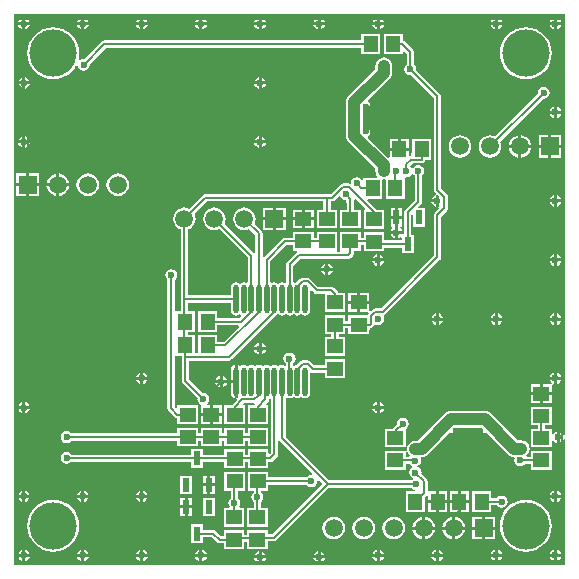
<source format=gbl>
%FSAX44Y44*%
%MOMM*%
G71*
G01*
G75*
G04 Layer_Physical_Order=2*
G04 Layer_Color=16711680*
%ADD10C,0.1524*%
%ADD11C,0.1524*%
%ADD12C,1.0000*%
%ADD13R,2.8000X1.3500*%
%ADD14R,1.3500X1.2000*%
%ADD15R,1.2000X1.3500*%
%ADD16R,5.5500X4.2500*%
%ADD17R,4.2500X5.5500*%
%ADD18R,2.5000X1.7000*%
%ADD19R,2.4500X2.2500*%
%ADD20R,1.3500X2.8000*%
%ADD21O,1.7000X0.3500*%
%ADD22R,3.0000X4.2000*%
%ADD23R,4.2000X3.0000*%
%ADD24O,0.3500X1.7000*%
%ADD25C,0.2032*%
%ADD26C,4.0000*%
%ADD27C,1.5000*%
%ADD28R,1.5000X1.5000*%
%ADD29C,0.6000*%
%ADD30O,0.4500X2.4000*%
%ADD31R,0.6000X1.1500*%
%ADD32R,4.8067X3.2941*%
%ADD33R,3.1565X4.8934*%
%ADD34R,2.0828X0.6604*%
%ADD35R,1.6764X2.0828*%
G36*
X00991431Y00888786D02*
X00990167Y00888661D01*
X00990110Y00888951D01*
X00989005Y00890605D01*
X00987351Y00891710D01*
X00986670Y00891845D01*
Y00886998D01*
Y00882155D01*
X00987351Y00882290D01*
X00989005Y00883395D01*
X00990110Y00885049D01*
X00990167Y00885339D01*
X00991431Y00885214D01*
Y00778569D01*
X00524569D01*
Y01245431D01*
X00991431D01*
Y00888786D01*
D02*
G37*
%LPC*%
G36*
X00675458Y00854258D02*
X00665458D01*
Y00838758D01*
X00675458D01*
Y00854258D01*
D02*
G37*
G36*
X00694458Y00845238D02*
X00690728D01*
Y00838758D01*
X00694458D01*
Y00845238D01*
D02*
G37*
G36*
X00688188D02*
X00684458D01*
Y00838758D01*
X00688188D01*
Y00845238D01*
D02*
G37*
G36*
X00984270Y00841845D02*
Y00838270D01*
X00987845D01*
X00987710Y00838951D01*
X00986605Y00840605D01*
X00984951Y00841710D01*
X00984270Y00841845D01*
D02*
G37*
G36*
X00631730D02*
X00631049Y00841710D01*
X00629395Y00840605D01*
X00628290Y00838951D01*
X00628155Y00838270D01*
X00631730D01*
Y00841845D01*
D02*
G37*
G36*
X00634270D02*
Y00838270D01*
X00637845D01*
X00637710Y00838951D01*
X00636605Y00840605D01*
X00634951Y00841710D01*
X00634270Y00841845D01*
D02*
G37*
G36*
X00981730D02*
X00981049Y00841710D01*
X00979395Y00840605D01*
X00978290Y00838951D01*
X00978155Y00838270D01*
X00981730D01*
Y00841845D01*
D02*
G37*
G36*
X00688188Y00854258D02*
X00684458D01*
Y00847778D01*
X00688188D01*
Y00854258D01*
D02*
G37*
G36*
X00980046Y00912900D02*
X00962546D01*
Y00896900D01*
X00968221D01*
Y00894308D01*
X00962546D01*
Y00878308D01*
X00980046D01*
Y00883826D01*
X00981261Y00884194D01*
X00981795Y00883395D01*
X00983449Y00882290D01*
X00984130Y00882155D01*
Y00886998D01*
Y00891845D01*
X00983449Y00891710D01*
X00981795Y00890605D01*
X00981261Y00889806D01*
X00980046Y00890174D01*
Y00894308D01*
X00974371D01*
Y00896900D01*
X00980046D01*
Y00912900D01*
D02*
G37*
G36*
X00720204Y00895120D02*
X00702704D01*
Y00890195D01*
X00700392D01*
Y00895120D01*
X00682892D01*
Y00890195D01*
X00680580D01*
Y00895120D01*
X00663080D01*
Y00890195D01*
X00573275D01*
X00572921Y00890725D01*
X00571267Y00891830D01*
X00569316Y00892218D01*
X00567365Y00891830D01*
X00565711Y00890725D01*
X00564606Y00889071D01*
X00564218Y00887120D01*
X00564606Y00885169D01*
X00565711Y00883515D01*
X00567365Y00882410D01*
X00569316Y00882022D01*
X00571267Y00882410D01*
X00572921Y00883515D01*
X00573275Y00884045D01*
X00663080D01*
Y00879120D01*
X00680580D01*
Y00884045D01*
X00682892D01*
Y00879120D01*
X00700392D01*
Y00884045D01*
X00702704D01*
Y00879120D01*
X00720204D01*
Y00884045D01*
X00722516D01*
Y00879120D01*
X00740016D01*
Y00895120D01*
X00722516D01*
Y00890195D01*
X00720204D01*
Y00895120D01*
D02*
G37*
G36*
X00690372Y00904850D02*
X00682892D01*
Y00898120D01*
X00690372D01*
Y00904850D01*
D02*
G37*
G36*
X00853948Y00903496D02*
X00851997Y00903108D01*
X00850343Y00902003D01*
X00849238Y00900349D01*
X00848850Y00898398D01*
X00848974Y00897773D01*
X00845509Y00894308D01*
X00838848D01*
Y00878308D01*
X00856348D01*
Y00893988D01*
X00857553Y00894793D01*
X00858658Y00896447D01*
X00859046Y00898398D01*
X00858658Y00900349D01*
X00857553Y00902003D01*
X00855899Y00903108D01*
X00853948Y00903496D01*
D02*
G37*
G36*
X00694458Y00854258D02*
X00690728D01*
Y00847778D01*
X00694458D01*
Y00854258D01*
D02*
G37*
G36*
X00897796Y00860792D02*
X00894221D01*
X00894356Y00860111D01*
X00895461Y00858457D01*
X00897115Y00857352D01*
X00897796Y00857217D01*
Y00860792D01*
D02*
G37*
G36*
X00923911D02*
X00920336D01*
Y00857217D01*
X00921017Y00857352D01*
X00922671Y00858457D01*
X00923776Y00860111D01*
X00923911Y00860792D01*
D02*
G37*
G36*
X00584270Y00841845D02*
Y00838270D01*
X00587845D01*
X00587710Y00838951D01*
X00586605Y00840605D01*
X00584951Y00841710D01*
X00584270Y00841845D01*
D02*
G37*
G36*
X00587845Y00835730D02*
X00584270D01*
Y00832155D01*
X00584951Y00832290D01*
X00586605Y00833395D01*
X00587710Y00835049D01*
X00587845Y00835730D01*
D02*
G37*
G36*
X00581730D02*
X00578155D01*
X00578290Y00835049D01*
X00579395Y00833395D01*
X00581049Y00832290D01*
X00581730Y00832155D01*
Y00835730D01*
D02*
G37*
G36*
X00637845D02*
X00634270D01*
Y00832155D01*
X00634951Y00832290D01*
X00636605Y00833395D01*
X00637710Y00835049D01*
X00637845Y00835730D01*
D02*
G37*
G36*
X00631730D02*
X00628155D01*
X00628290Y00835049D01*
X00629395Y00833395D01*
X00631049Y00832290D01*
X00631730Y00832155D01*
Y00835730D01*
D02*
G37*
G36*
X00675458Y00835610D02*
X00671728D01*
Y00829130D01*
X00675458D01*
Y00835610D01*
D02*
G37*
G36*
X00669188D02*
X00665458D01*
Y00829130D01*
X00669188D01*
Y00835610D01*
D02*
G37*
G36*
X00537845Y00835730D02*
X00534270D01*
Y00832155D01*
X00534951Y00832290D01*
X00536605Y00833395D01*
X00537710Y00835049D01*
X00537845Y00835730D01*
D02*
G37*
G36*
X00531730D02*
X00528155D01*
X00528290Y00835049D01*
X00529395Y00833395D01*
X00531049Y00832290D01*
X00531730Y00832155D01*
Y00835730D01*
D02*
G37*
G36*
Y00841845D02*
X00531049Y00841710D01*
X00529395Y00840605D01*
X00528290Y00838951D01*
X00528155Y00838270D01*
X00531730D01*
Y00841845D01*
D02*
G37*
G36*
X00909852Y00841108D02*
X00903122D01*
Y00833628D01*
X00909852D01*
Y00841108D01*
D02*
G37*
G36*
X00581730Y00841845D02*
X00581049Y00841710D01*
X00579395Y00840605D01*
X00578290Y00838951D01*
X00578155Y00838270D01*
X00581730D01*
Y00841845D01*
D02*
G37*
G36*
X00534270D02*
Y00838270D01*
X00537845D01*
X00537710Y00838951D01*
X00536605Y00840605D01*
X00534951Y00841710D01*
X00534270Y00841845D01*
D02*
G37*
G36*
X00987845Y00835730D02*
X00984270D01*
Y00832155D01*
X00984951Y00832290D01*
X00986605Y00833395D01*
X00987710Y00835049D01*
X00987845Y00835730D01*
D02*
G37*
G36*
X00981730D02*
X00978155D01*
X00978290Y00835049D01*
X00979395Y00833395D01*
X00981049Y00832290D01*
X00981730Y00832155D01*
Y00835730D01*
D02*
G37*
G36*
X00900582Y00841108D02*
X00893852D01*
Y00833628D01*
X00900582D01*
Y00841108D01*
D02*
G37*
G36*
X00891514D02*
X00884784D01*
Y00833628D01*
X00891514D01*
Y00841108D01*
D02*
G37*
G36*
X00711414Y00947841D02*
X00711026Y00947763D01*
X00709620Y00946824D01*
X00708681Y00945418D01*
X00708351Y00943760D01*
Y00935280D01*
X00711414D01*
Y00947841D01*
D02*
G37*
G36*
X00701346Y00938855D02*
Y00935280D01*
X00704921D01*
X00704786Y00935961D01*
X00703681Y00937615D01*
X00702027Y00938720D01*
X00701346Y00938855D01*
D02*
G37*
G36*
X00634270Y00941845D02*
Y00938270D01*
X00637845D01*
X00637710Y00938951D01*
X00636605Y00940605D01*
X00634951Y00941710D01*
X00634270Y00941845D01*
D02*
G37*
G36*
X00631730D02*
X00631049Y00941710D01*
X00629395Y00940605D01*
X00628290Y00938951D01*
X00628155Y00938270D01*
X00631730D01*
Y00941845D01*
D02*
G37*
G36*
X00987845Y00935730D02*
X00984270D01*
Y00932155D01*
X00984951Y00932290D01*
X00986605Y00933395D01*
X00987710Y00935049D01*
X00987845Y00935730D01*
D02*
G37*
G36*
X00637845D02*
X00634270D01*
Y00932155D01*
X00634951Y00932290D01*
X00636605Y00933395D01*
X00637710Y00935049D01*
X00637845Y00935730D01*
D02*
G37*
G36*
X00698806Y00938855D02*
X00698125Y00938720D01*
X00696471Y00937615D01*
X00695366Y00935961D01*
X00695231Y00935280D01*
X00698806D01*
Y00938855D01*
D02*
G37*
G36*
X00981730Y00935730D02*
X00978155D01*
X00978290Y00935049D01*
X00979395Y00933395D01*
X00979814Y00933115D01*
X00979585Y00932360D01*
D01*
X00979445Y00931900D01*
X00972566D01*
Y00925170D01*
X00980046D01*
Y00930789D01*
X00980374Y00931280D01*
X00980374D01*
X00980733Y00931817D01*
X00980733D01*
X00981049Y00932290D01*
X00981730Y00932155D01*
Y00935730D01*
D02*
G37*
G36*
X00731730Y00966845D02*
X00731049Y00966710D01*
X00729395Y00965605D01*
X00728290Y00963951D01*
X00728155Y00963270D01*
X00731730D01*
Y00966845D01*
D02*
G37*
G36*
X00737845Y00960730D02*
X00734270D01*
Y00957155D01*
X00734951Y00957290D01*
X00736605Y00958395D01*
X00737710Y00960049D01*
X00737845Y00960730D01*
D02*
G37*
G36*
X00881730Y00985730D02*
X00878155D01*
X00878290Y00985049D01*
X00879395Y00983395D01*
X00881049Y00982290D01*
X00881730Y00982155D01*
Y00985730D01*
D02*
G37*
G36*
X00734270Y00966845D02*
Y00963270D01*
X00737845D01*
X00737710Y00963951D01*
X00736605Y00965605D01*
X00734951Y00966710D01*
X00734270Y00966845D01*
D02*
G37*
G36*
X00984270Y00941845D02*
Y00938270D01*
X00987845D01*
X00987710Y00938951D01*
X00986605Y00940605D01*
X00984951Y00941710D01*
X00984270Y00941845D01*
D02*
G37*
G36*
X00981730D02*
X00981049Y00941710D01*
X00979395Y00940605D01*
X00978290Y00938951D01*
X00978155Y00938270D01*
X00981730D01*
Y00941845D01*
D02*
G37*
G36*
X00731730Y00960730D02*
X00728155D01*
X00728290Y00960049D01*
X00729395Y00958395D01*
X00731049Y00957290D01*
X00731730Y00957155D01*
Y00960730D01*
D02*
G37*
G36*
X00757936Y00958614D02*
X00755985Y00958226D01*
X00754331Y00957121D01*
X00753226Y00955467D01*
X00752838Y00953516D01*
X00753226Y00951565D01*
X00754331Y00949911D01*
X00754861Y00949557D01*
Y00948096D01*
X00753741Y00947497D01*
X00753342Y00947763D01*
X00751684Y00948093D01*
X00750026Y00947763D01*
X00748620Y00946824D01*
X00748248D01*
X00746842Y00947763D01*
X00745184Y00948093D01*
X00743526Y00947763D01*
X00742120Y00946824D01*
X00741748D01*
X00740342Y00947763D01*
X00738684Y00948093D01*
X00737026Y00947763D01*
X00735620Y00946824D01*
X00735248D01*
X00733842Y00947763D01*
X00732184Y00948093D01*
X00730526Y00947763D01*
X00729120Y00946824D01*
X00728748D01*
X00727342Y00947763D01*
X00725684Y00948093D01*
X00724026Y00947763D01*
X00722620Y00946824D01*
X00722248D01*
X00720842Y00947763D01*
X00719184Y00948093D01*
X00717526Y00947763D01*
X00716120Y00946824D01*
X00715748D01*
X00714342Y00947763D01*
X00713954Y00947841D01*
Y00934007D01*
Y00920179D01*
X00712983Y00919986D01*
X00713581Y00918866D01*
X00709280Y00914564D01*
X00708983Y00914120D01*
X00702704D01*
Y00898120D01*
X00720204D01*
Y00914120D01*
X00719192D01*
X00718706Y00915293D01*
X00719332Y00915919D01*
X00727865D01*
X00727865Y00915919D01*
X00728109Y00915967D01*
X00728783Y00915293D01*
X00728567Y00914772D01*
X00727590Y00914120D01*
X00722516D01*
Y00898120D01*
X00740016D01*
Y00914120D01*
X00738584D01*
X00738098Y00915293D01*
X00739624Y00916820D01*
X00740291Y00917817D01*
X00740525Y00918994D01*
X00740525Y00918994D01*
Y00919701D01*
X00741614Y00920354D01*
X00742109Y00920090D01*
Y00873712D01*
X00741189Y00872792D01*
X00740016Y00873278D01*
Y00876782D01*
X00722516D01*
Y00872083D01*
X00720204D01*
Y00876782D01*
X00702704D01*
Y00872083D01*
X00684958D01*
Y00876758D01*
X00674958D01*
Y00872083D01*
X00573463D01*
X00572819Y00873047D01*
X00571165Y00874152D01*
X00569214Y00874540D01*
X00567263Y00874152D01*
X00565609Y00873047D01*
X00564504Y00871393D01*
X00564116Y00869442D01*
X00564504Y00867491D01*
X00565609Y00865837D01*
X00567263Y00864732D01*
X00569214Y00864344D01*
X00571165Y00864732D01*
X00572819Y00865837D01*
X00572883Y00865933D01*
X00674958D01*
Y00861258D01*
X00684958D01*
Y00865933D01*
X00702704D01*
Y00860782D01*
X00720204D01*
Y00865933D01*
X00722516D01*
Y00860782D01*
X00740016D01*
Y00865933D01*
X00741754D01*
X00741754Y00865933D01*
X00742931Y00866167D01*
X00743928Y00866834D01*
X00747358Y00870264D01*
X00748025Y00871261D01*
X00748259Y00872438D01*
X00748259Y00872438D01*
Y00883466D01*
X00749474Y00883834D01*
X00749510Y00883782D01*
X00777217Y00856074D01*
X00776618Y00854954D01*
X00776478Y00854982D01*
X00774527Y00854594D01*
X00772873Y00853489D01*
X00772451Y00852857D01*
X00740016D01*
Y00857782D01*
X00722516D01*
Y00841782D01*
X00727683D01*
Y00840127D01*
X00727153Y00839773D01*
X00726048Y00838119D01*
X00725660Y00836168D01*
X00726048Y00834217D01*
X00727153Y00832563D01*
X00727683Y00832209D01*
Y00827252D01*
X00722008D01*
Y00811252D01*
X00739508D01*
Y00827252D01*
X00733833D01*
Y00832209D01*
X00734363Y00832563D01*
X00735468Y00834217D01*
X00735856Y00836168D01*
X00735468Y00838119D01*
X00734363Y00839773D01*
X00733833Y00840127D01*
Y00841782D01*
X00740016D01*
Y00846707D01*
X00772587D01*
X00772873Y00846279D01*
X00774527Y00845174D01*
X00776478Y00844786D01*
X00778429Y00845174D01*
X00780083Y00846279D01*
X00781188Y00847933D01*
X00781576Y00849884D01*
X00781548Y00850024D01*
X00782668Y00850623D01*
X00785312Y00847979D01*
Y00846709D01*
X00743454Y00804851D01*
X00739508D01*
Y00808252D01*
X00722008D01*
Y00804343D01*
X00719696D01*
Y00808252D01*
X00702196D01*
Y00803327D01*
X00699876D01*
X00695668Y00807534D01*
X00694671Y00808201D01*
X00693494Y00808435D01*
X00693494Y00808435D01*
X00684958D01*
Y00813110D01*
X00674958D01*
Y00797610D01*
X00684958D01*
Y00802285D01*
X00692220D01*
X00696580Y00797926D01*
X00697577Y00797259D01*
X00698754Y00797025D01*
X00699518Y00797177D01*
X00702196D01*
Y00792252D01*
X00719696D01*
Y00798193D01*
X00722008D01*
Y00792252D01*
X00739508D01*
Y00798701D01*
X00744728D01*
X00744728Y00798701D01*
X00745905Y00798935D01*
X00746902Y00799602D01*
X00791570Y00844269D01*
X00861165D01*
X00861519Y00843739D01*
X00863173Y00842634D01*
X00864491Y00842372D01*
X00864489Y00842348D01*
X00864489D01*
X00864367Y00841108D01*
X00856514D01*
Y00823608D01*
X00872514D01*
Y00836009D01*
X00873902Y00837398D01*
X00873902Y00837398D01*
X00874299Y00837991D01*
X00875514Y00837622D01*
Y00833628D01*
X00882244D01*
Y00841108D01*
X00875701D01*
X00875701Y00841108D01*
Y00841108D01*
X00875514Y00841108D01*
X00874803Y00841819D01*
Y00849884D01*
X00874803Y00849884D01*
X00874608Y00850865D01*
X00874569Y00851061D01*
X00873902Y00852058D01*
X00873902Y00852058D01*
X00869590Y00856371D01*
X00869714Y00856996D01*
X00869326Y00858947D01*
X00868221Y00860601D01*
X00866567Y00861706D01*
X00866313Y00861756D01*
Y00862192D01*
X00867967Y00863297D01*
D01*
X00867967Y00863297D01*
X00867967Y00863297D01*
X00869072Y00864951D01*
X00869460Y00866902D01*
X00869072Y00868853D01*
X00869053Y00868882D01*
X00869651Y00870002D01*
X00869924D01*
X00871751Y00870242D01*
X00873454Y00870947D01*
X00874916Y00872070D01*
X00893283Y00890436D01*
X00894356Y00890111D01*
X00895461Y00888457D01*
X00896599Y00887697D01*
Y00886427D01*
X00895461Y00885667D01*
X00894356Y00884013D01*
X00894221Y00883332D01*
X00899069D01*
Y00880792D01*
X00894221D01*
X00894356Y00880111D01*
X00895461Y00878457D01*
X00896599Y00877697D01*
Y00876427D01*
X00895461Y00875667D01*
X00894356Y00874013D01*
X00894221Y00873332D01*
X00899069D01*
Y00870792D01*
X00894221D01*
X00894356Y00870111D01*
X00895461Y00868457D01*
X00896599Y00867697D01*
Y00866427D01*
X00895461Y00865667D01*
X00894356Y00864013D01*
X00894221Y00863332D01*
X00899069D01*
Y00862065D01*
X00900336D01*
Y00857217D01*
X00901017Y00857352D01*
X00902671Y00858457D01*
X00903431Y00859595D01*
X00904701D01*
X00905461Y00858457D01*
X00907115Y00857352D01*
X00907796Y00857217D01*
Y00862065D01*
X00910336D01*
Y00857217D01*
X00911017Y00857352D01*
X00912671Y00858457D01*
X00913431Y00859595D01*
X00914701D01*
X00915461Y00858457D01*
X00917115Y00857352D01*
X00917796Y00857217D01*
Y00862065D01*
X00919063D01*
Y00863332D01*
X00923911D01*
X00923776Y00864013D01*
X00922671Y00865667D01*
X00921017Y00866772D01*
Y00867352D01*
X00922671Y00868457D01*
X00923776Y00870111D01*
X00923911Y00870792D01*
X00919063D01*
Y00873332D01*
X00923911D01*
X00923776Y00874013D01*
X00922671Y00875667D01*
X00921017Y00876772D01*
Y00877352D01*
X00922671Y00878457D01*
X00923776Y00880111D01*
X00923911Y00880792D01*
X00919063D01*
Y00883332D01*
X00923911D01*
X00923776Y00884013D01*
X00922671Y00885667D01*
X00921017Y00886772D01*
Y00887352D01*
X00922671Y00888457D01*
X00923776Y00890111D01*
X00924849Y00890436D01*
X00942962Y00872324D01*
X00944424Y00871201D01*
X00946127Y00870496D01*
X00947710Y00870288D01*
X00948450Y00869259D01*
D01*
X00948450Y00869259D01*
X00948062Y00867308D01*
X00948450Y00865357D01*
X00949555Y00863703D01*
X00951209Y00862598D01*
X00953160Y00862210D01*
X00955111Y00862598D01*
X00956765Y00863703D01*
X00957119Y00864233D01*
X00962546D01*
Y00859308D01*
X00980046D01*
Y00875308D01*
X00962546D01*
Y00870383D01*
X00958717D01*
X00958309Y00871586D01*
X00959270Y00872324D01*
X00960393Y00873786D01*
X00961098Y00875489D01*
X00961338Y00877316D01*
X00961098Y00879143D01*
X00960393Y00880846D01*
X00959270Y00882308D01*
X00957808Y00883430D01*
X00956105Y00884136D01*
X00954278Y00884376D01*
X00950879D01*
X00928201Y00907054D01*
X00926738Y00908176D01*
X00925035Y00908882D01*
X00923208Y00909122D01*
X00894924D01*
X00893096Y00908882D01*
X00891394Y00908176D01*
X00889931Y00907054D01*
X00866999Y00884122D01*
X00864616D01*
X00862789Y00883882D01*
X00861086Y00883176D01*
X00859624Y00882054D01*
X00858502Y00880592D01*
X00857796Y00878889D01*
X00857556Y00877062D01*
X00857796Y00875235D01*
X00858502Y00873532D01*
X00859624Y00872070D01*
X00859807Y00871929D01*
X00860091Y00871503D01*
X00859493Y00870383D01*
X00856348D01*
Y00875308D01*
X00838848D01*
Y00859308D01*
X00856348D01*
Y00864233D01*
X00860132D01*
X00860757Y00863297D01*
X00861952Y00862499D01*
Y00861229D01*
X00861011Y00860601D01*
X00859906Y00858947D01*
X00859518Y00856996D01*
X00859906Y00855045D01*
X00861011Y00853391D01*
X00862142Y00852635D01*
Y00851365D01*
X00861519Y00850949D01*
X00861165Y00850419D01*
X00791570D01*
X00754759Y00887230D01*
Y00920090D01*
X00755879Y00920689D01*
X00756526Y00920257D01*
X00758184Y00919927D01*
X00759842Y00920257D01*
X00761248Y00921196D01*
X00761620D01*
X00763026Y00920257D01*
X00764684Y00919927D01*
X00766342Y00920257D01*
X00767748Y00921196D01*
X00768120D01*
X00769526Y00920257D01*
X00771184Y00919927D01*
X00772842Y00920257D01*
X00774248Y00921196D01*
X00775187Y00922602D01*
X00775517Y00924260D01*
Y00941119D01*
X00776499Y00941925D01*
X00777613Y00941703D01*
X00787794D01*
Y00936778D01*
X00805294D01*
Y00952778D01*
X00787794D01*
Y00947853D01*
X00778887D01*
X00775540Y00951200D01*
X00774542Y00951867D01*
X00773365Y00952101D01*
X00773365Y00952101D01*
X00769003D01*
X00769003Y00952101D01*
X00767826Y00951867D01*
X00766828Y00951200D01*
X00763744Y00948116D01*
X00763582Y00947874D01*
X00763026Y00947763D01*
X00762131Y00947166D01*
X00761011Y00947764D01*
Y00949557D01*
X00761541Y00949911D01*
X00762646Y00951565D01*
X00763034Y00953516D01*
X00762646Y00955467D01*
X00761541Y00957121D01*
X00759887Y00958226D01*
X00757936Y00958614D01*
D02*
G37*
G36*
X00631730Y00935730D02*
X00628155D01*
X00628290Y00935049D01*
X00629395Y00933395D01*
X00631049Y00932290D01*
X00631730Y00932155D01*
Y00935730D01*
D02*
G37*
G36*
X00700392Y00914120D02*
X00692912D01*
Y00907390D01*
X00700392D01*
Y00914120D01*
D02*
G37*
G36*
X00837845Y00910730D02*
X00834270D01*
Y00907155D01*
X00834951Y00907290D01*
X00836605Y00908395D01*
X00837710Y00910049D01*
X00837845Y00910730D01*
D02*
G37*
G36*
X00534270Y00916845D02*
Y00913270D01*
X00537845D01*
X00537710Y00913951D01*
X00536605Y00915605D01*
X00534951Y00916710D01*
X00534270Y00916845D01*
D02*
G37*
G36*
X00531730D02*
X00531049Y00916710D01*
X00529395Y00915605D01*
X00528290Y00913951D01*
X00528155Y00913270D01*
X00531730D01*
Y00916845D01*
D02*
G37*
G36*
Y00910730D02*
X00528155D01*
X00528290Y00910049D01*
X00529395Y00908395D01*
X00531049Y00907290D01*
X00531730Y00907155D01*
Y00910730D01*
D02*
G37*
G36*
X00700392Y00904850D02*
X00692912D01*
Y00898120D01*
X00700392D01*
Y00904850D01*
D02*
G37*
G36*
X00831730Y00910730D02*
X00828155D01*
X00828290Y00910049D01*
X00829395Y00908395D01*
X00831049Y00907290D01*
X00831730Y00907155D01*
Y00910730D01*
D02*
G37*
G36*
X00537845D02*
X00534270D01*
Y00907155D01*
X00534951Y00907290D01*
X00536605Y00908395D01*
X00537710Y00910049D01*
X00537845Y00910730D01*
D02*
G37*
G36*
X00970026Y00931900D02*
X00962546D01*
Y00925170D01*
X00970026D01*
Y00931900D01*
D02*
G37*
G36*
X00711414Y00932740D02*
X00708351D01*
Y00924260D01*
X00708681Y00922602D01*
X00709620Y00921196D01*
X00711026Y00920257D01*
X00711414Y00920179D01*
Y00932740D01*
D02*
G37*
G36*
X00704921D02*
X00701346D01*
Y00929165D01*
X00702027Y00929300D01*
X00703681Y00930405D01*
X00704786Y00932059D01*
X00704921Y00932740D01*
D02*
G37*
G36*
X00698806D02*
X00695231D01*
X00695366Y00932059D01*
X00696471Y00930405D01*
X00698125Y00929300D01*
X00698806Y00929165D01*
Y00932740D01*
D02*
G37*
G36*
X00834270Y00916845D02*
Y00913270D01*
X00837845D01*
X00837710Y00913951D01*
X00836605Y00915605D01*
X00834951Y00916710D01*
X00834270Y00916845D01*
D02*
G37*
G36*
X00831730D02*
X00831049Y00916710D01*
X00829395Y00915605D01*
X00828290Y00913951D01*
X00828155Y00913270D01*
X00831730D01*
Y00916845D01*
D02*
G37*
G36*
X00980046Y00922630D02*
X00972566D01*
Y00915900D01*
X00980046D01*
Y00922630D01*
D02*
G37*
G36*
X00970026D02*
X00962546D01*
Y00915900D01*
X00970026D01*
Y00922630D01*
D02*
G37*
G36*
X00781730Y00790449D02*
X00781049Y00790314D01*
X00779395Y00789209D01*
X00778290Y00787555D01*
X00778155Y00786874D01*
X00781730D01*
Y00790449D01*
D02*
G37*
G36*
X00734270D02*
Y00786874D01*
X00737845D01*
X00737710Y00787555D01*
X00736605Y00789209D01*
X00734951Y00790314D01*
X00734270Y00790449D01*
D02*
G37*
G36*
X00531730Y00791845D02*
X00531049Y00791710D01*
X00529395Y00790605D01*
X00528290Y00788951D01*
X00528155Y00788270D01*
X00531730D01*
Y00791845D01*
D02*
G37*
G36*
X00784270Y00790449D02*
Y00786874D01*
X00787845D01*
X00787710Y00787555D01*
X00786605Y00789209D01*
X00784951Y00790314D01*
X00784270Y00790449D01*
D02*
G37*
G36*
X00981730Y00785730D02*
X00978155D01*
X00978290Y00785049D01*
X00979395Y00783395D01*
X00981049Y00782290D01*
X00981730Y00782155D01*
Y00785730D01*
D02*
G37*
G36*
X00937845D02*
X00934270D01*
Y00782155D01*
X00934951Y00782290D01*
X00936605Y00783395D01*
X00937710Y00785049D01*
X00937845Y00785730D01*
D02*
G37*
G36*
X00731730Y00790449D02*
X00731049Y00790314D01*
X00729395Y00789209D01*
X00728290Y00787555D01*
X00728155Y00786874D01*
X00731730D01*
Y00790449D01*
D02*
G37*
G36*
X00987845Y00785730D02*
X00984270D01*
Y00782155D01*
X00984951Y00782290D01*
X00986605Y00783395D01*
X00987710Y00785049D01*
X00987845Y00785730D01*
D02*
G37*
G36*
X00681730Y00791845D02*
X00681049Y00791710D01*
X00679395Y00790605D01*
X00678290Y00788951D01*
X00678155Y00788270D01*
X00681730D01*
Y00791845D01*
D02*
G37*
G36*
X00634270D02*
Y00788270D01*
X00637845D01*
X00637710Y00788951D01*
X00636605Y00790605D01*
X00634951Y00791710D01*
X00634270Y00791845D01*
D02*
G37*
G36*
X00831730D02*
X00831049Y00791710D01*
X00829395Y00790605D01*
X00828290Y00788951D01*
X00828155Y00788270D01*
X00831730D01*
Y00791845D01*
D02*
G37*
G36*
X00684270D02*
Y00788270D01*
X00687845D01*
X00687710Y00788951D01*
X00686605Y00790605D01*
X00684951Y00791710D01*
X00684270Y00791845D01*
D02*
G37*
G36*
X00581730D02*
X00581049Y00791710D01*
X00579395Y00790605D01*
X00578290Y00788951D01*
X00578155Y00788270D01*
X00581730D01*
Y00791845D01*
D02*
G37*
G36*
X00534270D02*
Y00788270D01*
X00537845D01*
X00537710Y00788951D01*
X00536605Y00790605D01*
X00534951Y00791710D01*
X00534270Y00791845D01*
D02*
G37*
G36*
X00631730D02*
X00631049Y00791710D01*
X00629395Y00790605D01*
X00628290Y00788951D01*
X00628155Y00788270D01*
X00631730D01*
Y00791845D01*
D02*
G37*
G36*
X00584270D02*
Y00788270D01*
X00587845D01*
X00587710Y00788951D01*
X00586605Y00790605D01*
X00584951Y00791710D01*
X00584270Y00791845D01*
D02*
G37*
G36*
X00931730Y00785730D02*
X00928155D01*
X00928290Y00785049D01*
X00929395Y00783395D01*
X00931049Y00782290D01*
X00931730Y00782155D01*
Y00785730D01*
D02*
G37*
G36*
X00537845D02*
X00534270D01*
Y00782155D01*
X00534951Y00782290D01*
X00536605Y00783395D01*
X00537710Y00785049D01*
X00537845Y00785730D01*
D02*
G37*
G36*
X00531730D02*
X00528155D01*
X00528290Y00785049D01*
X00529395Y00783395D01*
X00531049Y00782290D01*
X00531730Y00782155D01*
Y00785730D01*
D02*
G37*
G36*
X00587845D02*
X00584270D01*
Y00782155D01*
X00584951Y00782290D01*
X00586605Y00783395D01*
X00587710Y00785049D01*
X00587845Y00785730D01*
D02*
G37*
G36*
X00581730D02*
X00578155D01*
X00578290Y00785049D01*
X00579395Y00783395D01*
X00581049Y00782290D01*
X00581730Y00782155D01*
Y00785730D01*
D02*
G37*
G36*
X00737845Y00784334D02*
X00734270D01*
Y00780759D01*
X00734951Y00780894D01*
X00736605Y00781999D01*
X00737710Y00783653D01*
X00737845Y00784334D01*
D02*
G37*
G36*
X00731730D02*
X00728155D01*
X00728290Y00783653D01*
X00729395Y00781999D01*
X00731049Y00780894D01*
X00731730Y00780759D01*
Y00784334D01*
D02*
G37*
G36*
X00787845D02*
X00784270D01*
Y00780759D01*
X00784951Y00780894D01*
X00786605Y00781999D01*
X00787710Y00783653D01*
X00787845Y00784334D01*
D02*
G37*
G36*
X00781730D02*
X00778155D01*
X00778290Y00783653D01*
X00779395Y00781999D01*
X00781049Y00780894D01*
X00781730Y00780759D01*
Y00784334D01*
D02*
G37*
G36*
X00837845Y00785730D02*
X00834270D01*
Y00782155D01*
X00834951Y00782290D01*
X00836605Y00783395D01*
X00837710Y00785049D01*
X00837845Y00785730D01*
D02*
G37*
G36*
X00831730D02*
X00828155D01*
X00828290Y00785049D01*
X00829395Y00783395D01*
X00831049Y00782290D01*
X00831730Y00782155D01*
Y00785730D01*
D02*
G37*
G36*
X00887845D02*
X00884270D01*
Y00782155D01*
X00884951Y00782290D01*
X00886605Y00783395D01*
X00887710Y00785049D01*
X00887845Y00785730D01*
D02*
G37*
G36*
X00881730D02*
X00878155D01*
X00878290Y00785049D01*
X00879395Y00783395D01*
X00881049Y00782290D01*
X00881730Y00782155D01*
Y00785730D01*
D02*
G37*
G36*
X00637845D02*
X00634270D01*
Y00782155D01*
X00634951Y00782290D01*
X00636605Y00783395D01*
X00637710Y00785049D01*
X00637845Y00785730D01*
D02*
G37*
G36*
X00631730D02*
X00628155D01*
X00628290Y00785049D01*
X00629395Y00783395D01*
X00631049Y00782290D01*
X00631730Y00782155D01*
Y00785730D01*
D02*
G37*
G36*
X00687845D02*
X00684270D01*
Y00782155D01*
X00684951Y00782290D01*
X00686605Y00783395D01*
X00687710Y00785049D01*
X00687845Y00785730D01*
D02*
G37*
G36*
X00681730D02*
X00678155D01*
X00678290Y00785049D01*
X00679395Y00783395D01*
X00681049Y00782290D01*
X00681730Y00782155D01*
Y00785730D01*
D02*
G37*
G36*
X00898144Y00819421D02*
Y00811276D01*
X00906289D01*
X00906130Y00812486D01*
X00905172Y00814797D01*
X00903649Y00816781D01*
X00901665Y00818304D01*
X00899354Y00819261D01*
X00898144Y00819421D01*
D02*
G37*
G36*
X00895604D02*
X00894394Y00819261D01*
X00892083Y00818304D01*
X00890099Y00816781D01*
X00888576Y00814797D01*
X00887618Y00812486D01*
X00887459Y00811276D01*
X00895604D01*
Y00819421D01*
D02*
G37*
G36*
X00931774Y00819506D02*
X00923544D01*
Y00811276D01*
X00931774D01*
Y00819506D01*
D02*
G37*
G36*
X00921004D02*
X00912774D01*
Y00811276D01*
X00921004D01*
Y00819506D01*
D02*
G37*
G36*
X00720204Y00857782D02*
X00702704D01*
Y00841782D01*
X00708125D01*
Y00835301D01*
X00707595Y00834947D01*
X00706490Y00833293D01*
X00706102Y00831342D01*
X00706490Y00829391D01*
X00707171Y00828372D01*
X00706572Y00827252D01*
X00702196D01*
Y00811252D01*
X00719696D01*
Y00827252D01*
X00715828D01*
X00715229Y00828372D01*
X00715910Y00829391D01*
X00716298Y00831342D01*
X00715910Y00833293D01*
X00714805Y00834947D01*
X00714275Y00835301D01*
Y00841782D01*
X00720204D01*
Y00857782D01*
D02*
G37*
G36*
X00906289Y00808736D02*
X00898144D01*
Y00800591D01*
X00899354Y00800751D01*
X00901665Y00801708D01*
X00903649Y00803231D01*
X00905172Y00805215D01*
X00906130Y00807526D01*
X00906289Y00808736D01*
D02*
G37*
G36*
X00872744Y00819421D02*
Y00811276D01*
X00880889D01*
X00880730Y00812486D01*
X00879772Y00814797D01*
X00878249Y00816781D01*
X00876265Y00818304D01*
X00873954Y00819261D01*
X00872744Y00819421D01*
D02*
G37*
G36*
X00870204D02*
X00868994Y00819261D01*
X00866683Y00818304D01*
X00864698Y00816781D01*
X00863176Y00814797D01*
X00862218Y00812486D01*
X00862059Y00811276D01*
X00870204D01*
Y00819421D01*
D02*
G37*
G36*
X00900582Y00831088D02*
X00893852D01*
Y00823608D01*
X00900582D01*
Y00831088D01*
D02*
G37*
G36*
X00891514D02*
X00884784D01*
Y00823608D01*
X00891514D01*
Y00831088D01*
D02*
G37*
G36*
X00928852Y00841108D02*
X00912852D01*
Y00823608D01*
X00928852D01*
Y00829283D01*
X00933555D01*
X00933909Y00828753D01*
X00935563Y00827648D01*
X00937514Y00827260D01*
X00939465Y00827648D01*
X00941119Y00828753D01*
X00942224Y00830407D01*
X00942612Y00832358D01*
X00942224Y00834309D01*
X00941119Y00835963D01*
X00939465Y00837068D01*
X00937514Y00837456D01*
X00935563Y00837068D01*
X00933909Y00835963D01*
X00933555Y00835433D01*
X00928852D01*
Y00841108D01*
D02*
G37*
G36*
X00909852Y00831088D02*
X00903122D01*
Y00823608D01*
X00909852D01*
Y00831088D01*
D02*
G37*
G36*
X00675458Y00826590D02*
X00671728D01*
Y00820110D01*
X00675458D01*
Y00826590D01*
D02*
G37*
G36*
X00669188D02*
X00665458D01*
Y00820110D01*
X00669188D01*
Y00826590D01*
D02*
G37*
G36*
X00882244Y00831088D02*
X00875514D01*
Y00823608D01*
X00882244D01*
Y00831088D01*
D02*
G37*
G36*
X00694458Y00835610D02*
X00684458D01*
Y00820110D01*
X00694458D01*
Y00835610D01*
D02*
G37*
G36*
X00895604Y00808736D02*
X00887459D01*
X00887618Y00807526D01*
X00888576Y00805215D01*
X00890099Y00803231D01*
X00892083Y00801708D01*
X00894394Y00800751D01*
X00895604Y00800591D01*
Y00808736D01*
D02*
G37*
G36*
X00981730Y00791845D02*
X00981049Y00791710D01*
X00979395Y00790605D01*
X00978290Y00788951D01*
X00978155Y00788270D01*
X00981730D01*
Y00791845D01*
D02*
G37*
G36*
X00934270D02*
Y00788270D01*
X00937845D01*
X00937710Y00788951D01*
X00936605Y00790605D01*
X00934951Y00791710D01*
X00934270Y00791845D01*
D02*
G37*
G36*
X00558000Y00834106D02*
X00553687Y00833682D01*
X00549540Y00832424D01*
X00545718Y00830381D01*
X00542368Y00827632D01*
X00539619Y00824282D01*
X00537576Y00820460D01*
X00536318Y00816313D01*
X00535894Y00812000D01*
X00536318Y00807687D01*
X00537576Y00803540D01*
X00539619Y00799718D01*
X00542368Y00796368D01*
X00545718Y00793619D01*
X00549540Y00791576D01*
X00553687Y00790318D01*
X00558000Y00789894D01*
X00562313Y00790318D01*
X00566460Y00791576D01*
X00570282Y00793619D01*
X00573632Y00796368D01*
X00576381Y00799718D01*
X00578424Y00803540D01*
X00579682Y00807687D01*
X00580106Y00812000D01*
X00579682Y00816313D01*
X00578424Y00820460D01*
X00576381Y00824282D01*
X00573632Y00827632D01*
X00570282Y00830381D01*
X00566460Y00832424D01*
X00562313Y00833682D01*
X00558000Y00834106D01*
D02*
G37*
G36*
X00984270Y00791845D02*
Y00788270D01*
X00987845D01*
X00987710Y00788951D01*
X00986605Y00790605D01*
X00984951Y00791710D01*
X00984270Y00791845D01*
D02*
G37*
G36*
X00881730D02*
X00881049Y00791710D01*
X00879395Y00790605D01*
X00878290Y00788951D01*
X00878155Y00788270D01*
X00881730D01*
Y00791845D01*
D02*
G37*
G36*
X00834270D02*
Y00788270D01*
X00837845D01*
X00837710Y00788951D01*
X00836605Y00790605D01*
X00834951Y00791710D01*
X00834270Y00791845D01*
D02*
G37*
G36*
X00931730D02*
X00931049Y00791710D01*
X00929395Y00790605D01*
X00928290Y00788951D01*
X00928155Y00788270D01*
X00931730D01*
Y00791845D01*
D02*
G37*
G36*
X00884270D02*
Y00788270D01*
X00887845D01*
X00887710Y00788951D01*
X00886605Y00790605D01*
X00884951Y00791710D01*
X00884270Y00791845D01*
D02*
G37*
G36*
X00931774Y00808736D02*
X00923544D01*
Y00800506D01*
X00931774D01*
Y00808736D01*
D02*
G37*
G36*
X00921004D02*
X00912774D01*
Y00800506D01*
X00921004D01*
Y00808736D01*
D02*
G37*
G36*
X00880889D02*
X00872744D01*
Y00800591D01*
X00873954Y00800751D01*
X00876265Y00801708D01*
X00878249Y00803231D01*
X00879772Y00805215D01*
X00880730Y00807526D01*
X00880889Y00808736D01*
D02*
G37*
G36*
X00870204D02*
X00862059D01*
X00862218Y00807526D01*
X00863176Y00805215D01*
X00864698Y00803231D01*
X00866683Y00801708D01*
X00868994Y00800751D01*
X00870204Y00800591D01*
Y00808736D01*
D02*
G37*
G36*
X00795274Y00819588D02*
X00792794Y00819261D01*
X00790483Y00818304D01*
X00788499Y00816781D01*
X00786976Y00814797D01*
X00786019Y00812486D01*
X00785692Y00810006D01*
X00786019Y00807526D01*
X00786976Y00805215D01*
X00788499Y00803231D01*
X00790483Y00801708D01*
X00792794Y00800751D01*
X00795274Y00800424D01*
X00797754Y00800751D01*
X00800065Y00801708D01*
X00802049Y00803231D01*
X00803572Y00805215D01*
X00804529Y00807526D01*
X00804856Y00810006D01*
X00804529Y00812486D01*
X00803572Y00814797D01*
X00802049Y00816781D01*
X00800065Y00818304D01*
X00797754Y00819261D01*
X00795274Y00819588D01*
D02*
G37*
G36*
X00958000Y00834106D02*
X00953687Y00833682D01*
X00949540Y00832424D01*
X00945718Y00830381D01*
X00942368Y00827632D01*
X00939619Y00824282D01*
X00937576Y00820460D01*
X00936318Y00816313D01*
X00935894Y00812000D01*
X00936318Y00807687D01*
X00937576Y00803540D01*
X00939619Y00799718D01*
X00942368Y00796368D01*
X00945718Y00793619D01*
X00949540Y00791576D01*
X00953687Y00790318D01*
X00958000Y00789894D01*
X00962313Y00790318D01*
X00966460Y00791576D01*
X00970282Y00793619D01*
X00973632Y00796368D01*
X00976381Y00799718D01*
X00978424Y00803540D01*
X00979682Y00807687D01*
X00980106Y00812000D01*
X00979682Y00816313D01*
X00978424Y00820460D01*
X00976381Y00824282D01*
X00973632Y00827632D01*
X00970282Y00830381D01*
X00966460Y00832424D01*
X00962313Y00833682D01*
X00958000Y00834106D01*
D02*
G37*
G36*
X00846074Y00819588D02*
X00843594Y00819261D01*
X00841283Y00818304D01*
X00839299Y00816781D01*
X00837776Y00814797D01*
X00836818Y00812486D01*
X00836492Y00810006D01*
X00836818Y00807526D01*
X00837776Y00805215D01*
X00839299Y00803231D01*
X00841283Y00801708D01*
X00843594Y00800751D01*
X00846074Y00800424D01*
X00848554Y00800751D01*
X00850865Y00801708D01*
X00852849Y00803231D01*
X00854372Y00805215D01*
X00855330Y00807526D01*
X00855656Y00810006D01*
X00855330Y00812486D01*
X00854372Y00814797D01*
X00852849Y00816781D01*
X00850865Y00818304D01*
X00848554Y00819261D01*
X00846074Y00819588D01*
D02*
G37*
G36*
X00820674D02*
X00818194Y00819261D01*
X00815883Y00818304D01*
X00813898Y00816781D01*
X00812376Y00814797D01*
X00811419Y00812486D01*
X00811092Y00810006D01*
X00811419Y00807526D01*
X00812376Y00805215D01*
X00813898Y00803231D01*
X00815883Y00801708D01*
X00818194Y00800751D01*
X00820674Y00800424D01*
X00823154Y00800751D01*
X00825465Y00801708D01*
X00827449Y00803231D01*
X00828972Y00805215D01*
X00829930Y00807526D01*
X00830256Y00810006D01*
X00829930Y00812486D01*
X00828972Y00814797D01*
X00827449Y00816781D01*
X00825465Y00818304D01*
X00823154Y00819261D01*
X00820674Y00819588D01*
D02*
G37*
G36*
X00887845Y00985730D02*
X00884270D01*
Y00982155D01*
X00884951Y00982290D01*
X00886605Y00983395D01*
X00887710Y00985049D01*
X00887845Y00985730D01*
D02*
G37*
G36*
X00731730Y01185730D02*
X00728155D01*
X00728290Y01185049D01*
X00729395Y01183395D01*
X00731049Y01182290D01*
X00731730Y01182155D01*
Y01185730D01*
D02*
G37*
G36*
X00537845D02*
X00534270D01*
Y01182155D01*
X00534951Y01182290D01*
X00536605Y01183395D01*
X00537710Y01185049D01*
X00537845Y01185730D01*
D02*
G37*
G36*
X00531730Y01191845D02*
X00531049Y01191710D01*
X00529395Y01190605D01*
X00528290Y01188951D01*
X00528155Y01188270D01*
X00531730D01*
Y01191845D01*
D02*
G37*
G36*
X00737845Y01185730D02*
X00734270D01*
Y01182155D01*
X00734951Y01182290D01*
X00736605Y01183395D01*
X00737710Y01185049D01*
X00737845Y01185730D01*
D02*
G37*
G36*
X00853962Y01171307D02*
Y01167732D01*
X00857537D01*
X00857402Y01168413D01*
X00856297Y01170067D01*
X00854643Y01171172D01*
X00853962Y01171307D01*
D02*
G37*
G36*
X00984270Y01166845D02*
Y01163270D01*
X00987845D01*
X00987710Y01163951D01*
X00986605Y01165605D01*
X00984951Y01166710D01*
X00984270Y01166845D01*
D02*
G37*
G36*
X00531730Y01185730D02*
X00528155D01*
X00528290Y01185049D01*
X00529395Y01183395D01*
X00531049Y01182290D01*
X00531730Y01182155D01*
Y01185730D01*
D02*
G37*
G36*
X00973074Y01183658D02*
X00971123Y01183270D01*
X00969469Y01182165D01*
X00968364Y01180511D01*
X00967976Y01178560D01*
X00968100Y01177935D01*
X00931804Y01141639D01*
X00930088Y01142349D01*
X00927608Y01142676D01*
X00925128Y01142349D01*
X00922817Y01141392D01*
X00920833Y01139869D01*
X00919310Y01137885D01*
X00918353Y01135574D01*
X00918026Y01133094D01*
X00918353Y01130614D01*
X00919310Y01128303D01*
X00920833Y01126319D01*
X00922817Y01124796D01*
X00925128Y01123839D01*
X00927608Y01123512D01*
X00930088Y01123839D01*
X00932399Y01124796D01*
X00934383Y01126319D01*
X00935906Y01128303D01*
X00936863Y01130614D01*
X00937190Y01133094D01*
X00936863Y01135574D01*
X00936153Y01137290D01*
X00972449Y01173586D01*
X00973074Y01173462D01*
X00975025Y01173850D01*
X00976679Y01174955D01*
X00977784Y01176609D01*
X00978172Y01178560D01*
X00977784Y01180511D01*
X00976679Y01182165D01*
X00975025Y01183270D01*
X00973074Y01183658D01*
D02*
G37*
G36*
X00531730Y01235730D02*
X00528155D01*
X00528290Y01235049D01*
X00529395Y01233395D01*
X00531049Y01232290D01*
X00531730Y01232155D01*
Y01235730D01*
D02*
G37*
G36*
X00558000Y01234106D02*
X00553687Y01233682D01*
X00549540Y01232424D01*
X00545718Y01230381D01*
X00542368Y01227632D01*
X00539619Y01224282D01*
X00537576Y01220460D01*
X00536318Y01216313D01*
X00535894Y01212000D01*
X00536318Y01207687D01*
X00537576Y01203540D01*
X00539619Y01199718D01*
X00542368Y01196368D01*
X00545718Y01193619D01*
X00549540Y01191576D01*
X00553687Y01190318D01*
X00558000Y01189894D01*
X00562313Y01190318D01*
X00566460Y01191576D01*
X00570282Y01193619D01*
X00573632Y01196368D01*
X00576381Y01199718D01*
X00577499Y01201811D01*
X00578755Y01201624D01*
X00578982Y01200485D01*
X00580087Y01198831D01*
X00581741Y01197726D01*
X00583692Y01197338D01*
X00585643Y01197726D01*
X00587297Y01198831D01*
X00588402Y01200485D01*
X00588790Y01202436D01*
X00588666Y01203061D01*
X00602492Y01216887D01*
X00818668D01*
Y01211212D01*
X00834668D01*
Y01228712D01*
X00818668D01*
Y01223037D01*
X00601218D01*
X00600041Y01222803D01*
X00599044Y01222136D01*
X00599044Y01222136D01*
X00584317Y01207410D01*
X00583692Y01207534D01*
X00581741Y01207146D01*
X00580519Y01206330D01*
X00579499Y01207086D01*
X00579682Y01207687D01*
X00580106Y01212000D01*
X00579682Y01216313D01*
X00578424Y01220460D01*
X00576381Y01224282D01*
X00573632Y01227632D01*
X00570282Y01230381D01*
X00566460Y01232424D01*
X00562313Y01233682D01*
X00558000Y01234106D01*
D02*
G37*
G36*
X00581730Y01235730D02*
X00578155D01*
X00578290Y01235049D01*
X00579395Y01233395D01*
X00581049Y01232290D01*
X00581730Y01232155D01*
Y01235730D01*
D02*
G37*
G36*
X00537845D02*
X00534270D01*
Y01232155D01*
X00534951Y01232290D01*
X00536605Y01233395D01*
X00537710Y01235049D01*
X00537845Y01235730D01*
D02*
G37*
G36*
X00731730Y01191845D02*
X00731049Y01191710D01*
X00729395Y01190605D01*
X00728290Y01188951D01*
X00728155Y01188270D01*
X00731730D01*
Y01191845D01*
D02*
G37*
G36*
X00534270D02*
Y01188270D01*
X00537845D01*
X00537710Y01188951D01*
X00536605Y01190605D01*
X00534951Y01191710D01*
X00534270Y01191845D01*
D02*
G37*
G36*
X00958000Y01234106D02*
X00953687Y01233682D01*
X00949540Y01232424D01*
X00945718Y01230381D01*
X00942368Y01227632D01*
X00939619Y01224282D01*
X00937576Y01220460D01*
X00936318Y01216313D01*
X00935894Y01212000D01*
X00936318Y01207687D01*
X00937576Y01203540D01*
X00939619Y01199718D01*
X00942368Y01196368D01*
X00945718Y01193619D01*
X00949540Y01191576D01*
X00953687Y01190318D01*
X00958000Y01189894D01*
X00962313Y01190318D01*
X00966460Y01191576D01*
X00970282Y01193619D01*
X00973632Y01196368D01*
X00976381Y01199718D01*
X00978424Y01203540D01*
X00979682Y01207687D01*
X00980106Y01212000D01*
X00979682Y01216313D01*
X00978424Y01220460D01*
X00976381Y01224282D01*
X00973632Y01227632D01*
X00970282Y01230381D01*
X00966460Y01232424D01*
X00962313Y01233682D01*
X00958000Y01234106D01*
D02*
G37*
G36*
X00734270Y01191845D02*
Y01188270D01*
X00737845D01*
X00737710Y01188951D01*
X00736605Y01190605D01*
X00734951Y01191710D01*
X00734270Y01191845D01*
D02*
G37*
G36*
X00981730Y01166845D02*
X00981049Y01166710D01*
X00979395Y01165605D01*
X00978290Y01163951D01*
X00978155Y01163270D01*
X00981730D01*
Y01166845D01*
D02*
G37*
G36*
X00954278Y01142509D02*
Y01134364D01*
X00962423D01*
X00962263Y01135574D01*
X00961306Y01137885D01*
X00959783Y01139869D01*
X00957799Y01141392D01*
X00955488Y01142349D01*
X00954278Y01142509D01*
D02*
G37*
G36*
X00951738D02*
X00950528Y01142349D01*
X00948217Y01141392D01*
X00946233Y01139869D01*
X00944710Y01137885D01*
X00943753Y01135574D01*
X00943593Y01134364D01*
X00951738D01*
Y01142509D01*
D02*
G37*
G36*
X00987908Y01142594D02*
X00979678D01*
Y01134364D01*
X00987908D01*
Y01142594D01*
D02*
G37*
G36*
X00977138D02*
X00968908D01*
Y01134364D01*
X00977138D01*
Y01142594D01*
D02*
G37*
G36*
X00537845Y01135730D02*
X00534270D01*
Y01132155D01*
X00534951Y01132290D01*
X00536605Y01133395D01*
X00537710Y01135049D01*
X00537845Y01135730D01*
D02*
G37*
G36*
X00531730D02*
X00528155D01*
X00528290Y01135049D01*
X00529395Y01133395D01*
X00531049Y01132290D01*
X00531730Y01132155D01*
Y01135730D01*
D02*
G37*
G36*
X00737845D02*
X00734270D01*
Y01132155D01*
X00734951Y01132290D01*
X00736605Y01133395D01*
X00737710Y01135049D01*
X00737845Y01135730D01*
D02*
G37*
G36*
X00731730D02*
X00728155D01*
X00728290Y01135049D01*
X00729395Y01133395D01*
X00731049Y01132290D01*
X00731730Y01132155D01*
Y01135730D01*
D02*
G37*
G36*
X00857537Y01145192D02*
X00853962D01*
Y01141617D01*
X00854643Y01141752D01*
X00856297Y01142857D01*
X00857402Y01144511D01*
X00857537Y01145192D01*
D02*
G37*
G36*
X00837692Y01208480D02*
X00835865Y01208240D01*
X00834162Y01207534D01*
X00832700Y01206412D01*
X00831578Y01204950D01*
X00830872Y01203247D01*
X00830632Y01201420D01*
Y01198529D01*
X00807700Y01175597D01*
X00806578Y01174134D01*
X00805872Y01172431D01*
X00805632Y01170604D01*
Y01142320D01*
X00805632Y01142320D01*
X00805632D01*
X00805872Y01140492D01*
X00806578Y01138790D01*
X00807700Y01137327D01*
X00830614Y01114413D01*
Y01112266D01*
X00830854Y01110439D01*
X00831560Y01108736D01*
X00832372Y01107677D01*
X00831810Y01106538D01*
X00820446D01*
Y01104637D01*
X00819231Y01104269D01*
X00818437Y01105457D01*
X00816783Y01106562D01*
X00814832Y01106950D01*
X00812881Y01106562D01*
X00811227Y01105457D01*
X00810122Y01103803D01*
X00809845Y01102409D01*
X00808789Y01101703D01*
X00808308Y01101799D01*
X00808308Y01101799D01*
X00803196D01*
X00803196Y01101799D01*
X00802019Y01101565D01*
X00801022Y01100898D01*
X00792858Y01092735D01*
X00686816D01*
X00685639Y01092501D01*
X00684642Y01091834D01*
X00684641Y01091834D01*
X00673232Y01080425D01*
X00671516Y01081135D01*
X00669036Y01081462D01*
X00666556Y01081135D01*
X00664245Y01080178D01*
X00662261Y01078655D01*
X00660738Y01076671D01*
X00659781Y01074360D01*
X00659454Y01071880D01*
X00659781Y01069400D01*
X00660738Y01067089D01*
X00662261Y01065105D01*
X00664245Y01063582D01*
X00665961Y01062871D01*
Y00993508D01*
X00661696D01*
Y00993508D01*
X00661579D01*
X00660681Y00994406D01*
Y01019999D01*
X00661465Y01020523D01*
X00662570Y01022177D01*
X00662958Y01024128D01*
X00662570Y01026079D01*
X00661465Y01027733D01*
X00659811Y01028838D01*
X00657860Y01029226D01*
X00655909Y01028838D01*
X00654255Y01027733D01*
X00653150Y01026079D01*
X00652762Y01024128D01*
X00653150Y01022177D01*
X00654255Y01020523D01*
X00654531Y01020339D01*
Y00911352D01*
X00654531Y00911352D01*
X00654765Y00910175D01*
X00655432Y00909178D01*
X00660664Y00903946D01*
X00660664Y00903946D01*
X00661661Y00903279D01*
X00661857Y00903240D01*
X00662838Y00903045D01*
X00663080Y00901835D01*
Y00898120D01*
X00680580D01*
Y00914120D01*
X00663080D01*
Y00911886D01*
X00661907Y00911400D01*
X00660681Y00912626D01*
Y00955942D01*
X00661696D01*
Y00955942D01*
X00664141D01*
X00666621Y00955446D01*
X00666621Y00955446D01*
Y00934822D01*
X00666621Y00934822D01*
X00666855Y00933645D01*
X00667522Y00932648D01*
X00680064Y00920105D01*
X00679940Y00919480D01*
X00680328Y00917529D01*
X00681433Y00915875D01*
X00681433Y00915875D01*
X00681433D01*
X00682892Y00914120D01*
X00682892Y00913808D01*
X00682892Y00913808D01*
X00682892Y00913808D01*
Y00907390D01*
X00690372D01*
Y00914120D01*
X00688203D01*
X00687835Y00915335D01*
X00688643Y00915875D01*
X00689748Y00917529D01*
X00690136Y00919480D01*
X00689748Y00921431D01*
X00688643Y00923085D01*
X00686989Y00924190D01*
X00685038Y00924578D01*
X00684413Y00924454D01*
X00672771Y00936096D01*
Y00951851D01*
X00706797D01*
X00706797Y00951851D01*
X00707974Y00952085D01*
X00708972Y00952752D01*
X00746124Y00989904D01*
X00746124Y00989904D01*
X00746286Y00990146D01*
X00746842Y00990257D01*
X00748248Y00991196D01*
X00748620D01*
X00750026Y00990257D01*
X00751684Y00989927D01*
X00753342Y00990257D01*
X00754748Y00991196D01*
X00755120D01*
X00756526Y00990257D01*
X00758184Y00989927D01*
X00759842Y00990257D01*
X00761248Y00991196D01*
X00761620D01*
X00763026Y00990257D01*
X00764684Y00989927D01*
X00766342Y00990257D01*
X00767748Y00991196D01*
X00768120D01*
X00769526Y00990257D01*
X00771184Y00989927D01*
X00772842Y00990257D01*
X00774248Y00991196D01*
X00775187Y00992602D01*
X00775517Y00994260D01*
Y01010866D01*
X00776691Y01011352D01*
X00778789Y01009254D01*
X00779786Y01008587D01*
X00780963Y01008353D01*
X00780963Y01008353D01*
X00787794D01*
Y00993116D01*
X00805294D01*
Y01009116D01*
X00799473D01*
X00799424Y01009361D01*
X00799385Y01009557D01*
X00798718Y01010554D01*
X00798718Y01010555D01*
X00795670Y01013602D01*
X00794673Y01014269D01*
X00793496Y01014503D01*
X00793496Y01014503D01*
X00782237D01*
X00775540Y01021200D01*
X00774542Y01021867D01*
X00773365Y01022101D01*
X00773365Y01022101D01*
X00769003D01*
X00769003Y01022101D01*
X00767826Y01021867D01*
X00766828Y01021200D01*
X00763744Y01018116D01*
X00763582Y01017874D01*
X00763026Y01017763D01*
X00762379Y01017331D01*
X00761259Y01017930D01*
Y01031992D01*
X00767084Y01037817D01*
X00807466D01*
X00807466Y01037817D01*
X00808643Y01038051D01*
X00809640Y01038718D01*
X00811672Y01040750D01*
X00812339Y01041747D01*
X00812573Y01042924D01*
X00812573Y01042924D01*
Y01044728D01*
X00818248D01*
Y01049653D01*
X00820814D01*
Y01044474D01*
X00838314D01*
Y01047395D01*
X00853012D01*
Y01042720D01*
X00863012D01*
Y01058220D01*
X00861087D01*
Y01075407D01*
X00862143Y01076113D01*
X00862512Y01075960D01*
Y01065220D01*
X00872512D01*
Y01080720D01*
X00867272D01*
X00866786Y01081893D01*
X00869076Y01084184D01*
X00869076Y01084184D01*
X00869743Y01085181D01*
X00869782Y01085377D01*
X00869977Y01086358D01*
X00869977Y01086358D01*
Y01108561D01*
X00870507Y01108915D01*
X00871612Y01110569D01*
X00872000Y01112520D01*
X00871612Y01114471D01*
X00870507Y01116125D01*
X00868853Y01117230D01*
X00866902Y01117618D01*
X00864951Y01117230D01*
X00863297Y01116125D01*
X00862499Y01114930D01*
X00861229D01*
X00860601Y01115871D01*
X00860071Y01116225D01*
Y01116834D01*
X00862182Y01118945D01*
X00869798D01*
X00870975Y01119179D01*
X00871972Y01119846D01*
X00872639Y01120843D01*
X00872830Y01121804D01*
X00877798D01*
Y01139304D01*
X00861798D01*
Y01129545D01*
X00860952Y01125317D01*
X00859756Y01124890D01*
X00858798Y01125676D01*
Y01129284D01*
X00842798D01*
Y01123858D01*
X00841625Y01123372D01*
X00824317Y01140679D01*
X00824643Y01141752D01*
X00826297Y01142857D01*
X00827057Y01143995D01*
X00828327D01*
X00829087Y01142857D01*
X00830741Y01141752D01*
X00831422Y01141617D01*
Y01146465D01*
X00833962D01*
Y01141617D01*
X00834643Y01141752D01*
X00836297Y01142857D01*
X00837057Y01143995D01*
X00838327D01*
X00839087Y01142857D01*
X00840741Y01141752D01*
X00841422Y01141617D01*
Y01146465D01*
X00843962D01*
Y01141617D01*
X00844643Y01141752D01*
X00846297Y01142857D01*
X00847057Y01143995D01*
X00848327D01*
X00849087Y01142857D01*
X00850741Y01141752D01*
X00851422Y01141617D01*
Y01146465D01*
X00852690D01*
Y01147732D01*
X00857537D01*
X00857402Y01148413D01*
X00856297Y01150067D01*
X00854643Y01151172D01*
Y01151752D01*
X00856297Y01152857D01*
X00857402Y01154511D01*
X00857537Y01155192D01*
X00852690D01*
Y01157732D01*
X00857537D01*
X00857402Y01158413D01*
X00856297Y01160067D01*
X00854643Y01161172D01*
Y01161752D01*
X00856297Y01162857D01*
X00857402Y01164511D01*
X00857537Y01165192D01*
X00852690D01*
Y01166460D01*
X00851422D01*
Y01171307D01*
X00850741Y01171172D01*
X00849087Y01170067D01*
X00848327Y01168929D01*
X00847057D01*
X00846297Y01170067D01*
X00844643Y01171172D01*
X00843962Y01171307D01*
Y01166460D01*
X00841422D01*
Y01171307D01*
X00840741Y01171172D01*
X00839087Y01170067D01*
X00838327Y01168929D01*
X00837057D01*
X00836297Y01170067D01*
X00834643Y01171172D01*
X00833962Y01171307D01*
Y01166460D01*
X00831422D01*
Y01171307D01*
X00830741Y01171172D01*
X00829087Y01170067D01*
X00828327Y01168929D01*
X00827057D01*
X00826297Y01170067D01*
X00824643Y01171172D01*
X00824317Y01172245D01*
X00842684Y01190612D01*
X00843807Y01192074D01*
X00844512Y01193777D01*
X00844752Y01195604D01*
Y01201420D01*
X00844512Y01203247D01*
X00843807Y01204950D01*
X00842684Y01206412D01*
X00841222Y01207534D01*
X00839519Y01208240D01*
X00837692Y01208480D01*
D02*
G37*
G36*
X00987845Y01160730D02*
X00984270D01*
Y01157155D01*
X00984951Y01157290D01*
X00986605Y01158395D01*
X00987710Y01160049D01*
X00987845Y01160730D01*
D02*
G37*
G36*
X00981730D02*
X00978155D01*
X00978290Y01160049D01*
X00979395Y01158395D01*
X00981049Y01157290D01*
X00981730Y01157155D01*
Y01160730D01*
D02*
G37*
G36*
X00534270Y01141845D02*
Y01138270D01*
X00537845D01*
X00537710Y01138951D01*
X00536605Y01140605D01*
X00534951Y01141710D01*
X00534270Y01141845D01*
D02*
G37*
G36*
X00531730D02*
X00531049Y01141710D01*
X00529395Y01140605D01*
X00528290Y01138951D01*
X00528155Y01138270D01*
X00531730D01*
Y01141845D01*
D02*
G37*
G36*
X00734270D02*
Y01138270D01*
X00737845D01*
X00737710Y01138951D01*
X00736605Y01140605D01*
X00734951Y01141710D01*
X00734270Y01141845D01*
D02*
G37*
G36*
X00731730D02*
X00731049Y01141710D01*
X00729395Y01140605D01*
X00728290Y01138951D01*
X00728155Y01138270D01*
X00731730D01*
Y01141845D01*
D02*
G37*
G36*
X00684270Y01241845D02*
Y01238270D01*
X00687845D01*
X00687710Y01238951D01*
X00686605Y01240605D01*
X00684951Y01241710D01*
X00684270Y01241845D01*
D02*
G37*
G36*
X00681730D02*
X00681049Y01241710D01*
X00679395Y01240605D01*
X00678290Y01238951D01*
X00678155Y01238270D01*
X00681730D01*
Y01241845D01*
D02*
G37*
G36*
X00734270D02*
Y01238270D01*
X00737845D01*
X00737710Y01238951D01*
X00736605Y01240605D01*
X00734951Y01241710D01*
X00734270Y01241845D01*
D02*
G37*
G36*
X00731730D02*
X00731049Y01241710D01*
X00729395Y01240605D01*
X00728290Y01238951D01*
X00728155Y01238270D01*
X00731730D01*
Y01241845D01*
D02*
G37*
G36*
X00584270D02*
Y01238270D01*
X00587845D01*
X00587710Y01238951D01*
X00586605Y01240605D01*
X00584951Y01241710D01*
X00584270Y01241845D01*
D02*
G37*
G36*
X00581730D02*
X00581049Y01241710D01*
X00579395Y01240605D01*
X00578290Y01238951D01*
X00578155Y01238270D01*
X00581730D01*
Y01241845D01*
D02*
G37*
G36*
X00634270D02*
Y01238270D01*
X00637845D01*
X00637710Y01238951D01*
X00636605Y01240605D01*
X00634951Y01241710D01*
X00634270Y01241845D01*
D02*
G37*
G36*
X00631730D02*
X00631049Y01241710D01*
X00629395Y01240605D01*
X00628290Y01238951D01*
X00628155Y01238270D01*
X00631730D01*
Y01241845D01*
D02*
G37*
G36*
X00934270D02*
Y01238270D01*
X00937845D01*
X00937710Y01238951D01*
X00936605Y01240605D01*
X00934951Y01241710D01*
X00934270Y01241845D01*
D02*
G37*
G36*
X00931730D02*
X00931049Y01241710D01*
X00929395Y01240605D01*
X00928290Y01238951D01*
X00928155Y01238270D01*
X00931730D01*
Y01241845D01*
D02*
G37*
G36*
X00984270D02*
Y01238270D01*
X00987845D01*
X00987710Y01238951D01*
X00986605Y01240605D01*
X00984951Y01241710D01*
X00984270Y01241845D01*
D02*
G37*
G36*
X00981730D02*
X00981049Y01241710D01*
X00979395Y01240605D01*
X00978290Y01238951D01*
X00978155Y01238270D01*
X00981730D01*
Y01241845D01*
D02*
G37*
G36*
X00784270D02*
Y01238270D01*
X00787845D01*
X00787710Y01238951D01*
X00786605Y01240605D01*
X00784951Y01241710D01*
X00784270Y01241845D01*
D02*
G37*
G36*
X00781730D02*
X00781049Y01241710D01*
X00779395Y01240605D01*
X00778290Y01238951D01*
X00778155Y01238270D01*
X00781730D01*
Y01241845D01*
D02*
G37*
G36*
X00834270D02*
Y01238270D01*
X00837845D01*
X00837710Y01238951D01*
X00836605Y01240605D01*
X00834951Y01241710D01*
X00834270Y01241845D01*
D02*
G37*
G36*
X00831730D02*
X00831049Y01241710D01*
X00829395Y01240605D01*
X00828290Y01238951D01*
X00828155Y01238270D01*
X00831730D01*
Y01241845D01*
D02*
G37*
G36*
X00534270D02*
Y01238270D01*
X00537845D01*
X00537710Y01238951D01*
X00536605Y01240605D01*
X00534951Y01241710D01*
X00534270Y01241845D01*
D02*
G37*
G36*
X00731730Y01235730D02*
X00728155D01*
X00728290Y01235049D01*
X00729395Y01233395D01*
X00731049Y01232290D01*
X00731730Y01232155D01*
Y01235730D01*
D02*
G37*
G36*
X00687845D02*
X00684270D01*
Y01232155D01*
X00684951Y01232290D01*
X00686605Y01233395D01*
X00687710Y01235049D01*
X00687845Y01235730D01*
D02*
G37*
G36*
X00781730D02*
X00778155D01*
X00778290Y01235049D01*
X00779395Y01233395D01*
X00781049Y01232290D01*
X00781730Y01232155D01*
Y01235730D01*
D02*
G37*
G36*
X00737845D02*
X00734270D01*
Y01232155D01*
X00734951Y01232290D01*
X00736605Y01233395D01*
X00737710Y01235049D01*
X00737845Y01235730D01*
D02*
G37*
G36*
X00631730D02*
X00628155D01*
X00628290Y01235049D01*
X00629395Y01233395D01*
X00631049Y01232290D01*
X00631730Y01232155D01*
Y01235730D01*
D02*
G37*
G36*
X00587845D02*
X00584270D01*
Y01232155D01*
X00584951Y01232290D01*
X00586605Y01233395D01*
X00587710Y01235049D01*
X00587845Y01235730D01*
D02*
G37*
G36*
X00681730D02*
X00678155D01*
X00678290Y01235049D01*
X00679395Y01233395D01*
X00681049Y01232290D01*
X00681730Y01232155D01*
Y01235730D01*
D02*
G37*
G36*
X00637845D02*
X00634270D01*
Y01232155D01*
X00634951Y01232290D01*
X00636605Y01233395D01*
X00637710Y01235049D01*
X00637845Y01235730D01*
D02*
G37*
G36*
X00981730D02*
X00978155D01*
X00978290Y01235049D01*
X00979395Y01233395D01*
X00981049Y01232290D01*
X00981730Y01232155D01*
Y01235730D01*
D02*
G37*
G36*
X00937845D02*
X00934270D01*
Y01232155D01*
X00934951Y01232290D01*
X00936605Y01233395D01*
X00937710Y01235049D01*
X00937845Y01235730D01*
D02*
G37*
G36*
X00531730Y01241845D02*
X00531049Y01241710D01*
X00529395Y01240605D01*
X00528290Y01238951D01*
X00528155Y01238270D01*
X00531730D01*
Y01241845D01*
D02*
G37*
G36*
X00987845Y01235730D02*
X00984270D01*
Y01232155D01*
X00984951Y01232290D01*
X00986605Y01233395D01*
X00987710Y01235049D01*
X00987845Y01235730D01*
D02*
G37*
G36*
X00831730D02*
X00828155D01*
X00828290Y01235049D01*
X00829395Y01233395D01*
X00831049Y01232290D01*
X00831730Y01232155D01*
Y01235730D01*
D02*
G37*
G36*
X00787845D02*
X00784270D01*
Y01232155D01*
X00784951Y01232290D01*
X00786605Y01233395D01*
X00787710Y01235049D01*
X00787845Y01235730D01*
D02*
G37*
G36*
X00931730D02*
X00928155D01*
X00928290Y01235049D01*
X00929395Y01233395D01*
X00931049Y01232290D01*
X00931730Y01232155D01*
Y01235730D01*
D02*
G37*
G36*
X00837845D02*
X00834270D01*
Y01232155D01*
X00834951Y01232290D01*
X00836605Y01233395D01*
X00837710Y01235049D01*
X00837845Y01235730D01*
D02*
G37*
G36*
X00984270Y00991845D02*
Y00988270D01*
X00987845D01*
X00987710Y00988951D01*
X00986605Y00990605D01*
X00984951Y00991710D01*
X00984270Y00991845D01*
D02*
G37*
G36*
X00981730D02*
X00981049Y00991710D01*
X00979395Y00990605D01*
X00978290Y00988951D01*
X00978155Y00988270D01*
X00981730D01*
Y00991845D01*
D02*
G37*
G36*
X00934270D02*
Y00988270D01*
X00937845D01*
X00937710Y00988951D01*
X00936605Y00990605D01*
X00934951Y00991710D01*
X00934270Y00991845D01*
D02*
G37*
G36*
X00815340Y01009116D02*
X00807860D01*
Y01002386D01*
X00815340D01*
Y01009116D01*
D02*
G37*
G36*
X00853668Y01228712D02*
X00837668D01*
Y01211212D01*
X00853668D01*
Y01213472D01*
X00854841Y01213958D01*
X00857223Y01211576D01*
Y01202331D01*
X00856693Y01201977D01*
X00855588Y01200323D01*
X00855200Y01198372D01*
X00855588Y01196421D01*
X00856693Y01194767D01*
X00858347Y01193662D01*
X00860298Y01193274D01*
X00860923Y01193398D01*
X00879925Y01174396D01*
Y01096600D01*
X00879925Y01096600D01*
X00880159Y01095423D01*
X00880826Y01094426D01*
X00882175Y01093076D01*
X00881807Y01091861D01*
X00883000Y01092098D01*
X00883190Y01092061D01*
X00884270Y01090980D01*
Y01086998D01*
Y01082154D01*
X00884082Y01082117D01*
X00884680Y01080997D01*
X00880826Y01077142D01*
X00880159Y01076145D01*
X00879925Y01074968D01*
X00879925Y01074968D01*
Y01040484D01*
X00835532Y00996091D01*
X00830508D01*
X00830508Y00996091D01*
X00829527Y00995896D01*
X00829331Y00995857D01*
X00828334Y00995190D01*
X00828334Y00995190D01*
X00826533Y00993390D01*
X00825595Y00993779D01*
Y00993779D01*
X00825360Y00993876D01*
Y00999846D01*
X00817880D01*
Y00993116D01*
X00824600D01*
X00824697Y00992880D01*
X00824697D01*
X00825086Y00991943D01*
X00824810Y00991666D01*
X00824143Y00990669D01*
X00824033Y00990116D01*
X00807860D01*
Y00985191D01*
X00805294D01*
Y00990116D01*
X00787794D01*
Y00974116D01*
X00793469D01*
Y00971778D01*
X00787794D01*
Y00955778D01*
X00805294D01*
Y00971778D01*
X00799619D01*
Y00974116D01*
X00805294D01*
Y00979041D01*
X00807860D01*
Y00974116D01*
X00825360D01*
Y00976311D01*
X00825906Y00979041D01*
X00827083Y00979275D01*
X00828080Y00979942D01*
X00829158Y00981020D01*
X00829158Y00981020D01*
X00829825Y00982017D01*
X00829825D01*
X00829825Y00982017D01*
X00829825D01*
D01*
Y00982017D01*
X00830667Y00982545D01*
Y00982545D01*
X00831049Y00982290D01*
X00833000Y00981902D01*
X00834951Y00982290D01*
X00836605Y00983395D01*
X00837710Y00985049D01*
X00838098Y00987000D01*
X00837710Y00988951D01*
X00837565Y00989167D01*
X00837983Y00990175D01*
X00838980Y00990842D01*
X00885174Y01037036D01*
X00885174Y01037036D01*
X00885841Y01038033D01*
X00886075Y01039210D01*
Y01073694D01*
X00891190Y01078810D01*
X00891190Y01078810D01*
X00891857Y01079807D01*
X00892091Y01080984D01*
Y01090584D01*
X00891857Y01091761D01*
X00891190Y01092758D01*
X00891190Y01092758D01*
X00886075Y01097874D01*
Y01175670D01*
X00886075Y01175670D01*
X00885880Y01176652D01*
X00885841Y01176847D01*
X00885174Y01177844D01*
X00885174Y01177844D01*
X00865272Y01197747D01*
X00865396Y01198372D01*
X00865008Y01200323D01*
X00863903Y01201977D01*
X00863373Y01202331D01*
Y01212850D01*
X00863373Y01212850D01*
X00863178Y01213831D01*
X00863139Y01214027D01*
X00862472Y01215024D01*
X00862472Y01215024D01*
X00855360Y01222136D01*
X00854363Y01222803D01*
X00853668Y01222941D01*
Y01228712D01*
D02*
G37*
G36*
X00815340Y00999846D02*
X00807860D01*
Y00993116D01*
X00815340D01*
Y00999846D01*
D02*
G37*
G36*
X00987845Y00985730D02*
X00984270D01*
Y00982155D01*
X00984951Y00982290D01*
X00986605Y00983395D01*
X00987710Y00985049D01*
X00987845Y00985730D01*
D02*
G37*
G36*
X00981730D02*
X00978155D01*
X00978290Y00985049D01*
X00979395Y00983395D01*
X00981049Y00982290D01*
X00981730Y00982155D01*
Y00985730D01*
D02*
G37*
G36*
X00937845D02*
X00934270D01*
Y00982155D01*
X00934951Y00982290D01*
X00936605Y00983395D01*
X00937710Y00985049D01*
X00937845Y00985730D01*
D02*
G37*
G36*
X00931730Y00991845D02*
X00931049Y00991710D01*
X00929395Y00990605D01*
X00928290Y00988951D01*
X00928155Y00988270D01*
X00931730D01*
Y00991845D01*
D02*
G37*
G36*
X00884270D02*
Y00988270D01*
X00887845D01*
X00887710Y00988951D01*
X00886605Y00990605D01*
X00884951Y00991710D01*
X00884270Y00991845D01*
D02*
G37*
G36*
X00881730D02*
X00881049Y00991710D01*
X00879395Y00990605D01*
X00878290Y00988951D01*
X00878155Y00988270D01*
X00881730D01*
Y00991845D01*
D02*
G37*
G36*
X00984270Y01041845D02*
Y01038270D01*
X00987845D01*
X00987710Y01038951D01*
X00986605Y01040605D01*
X00984951Y01041710D01*
X00984270Y01041845D01*
D02*
G37*
G36*
X00788416Y01034053D02*
X00787735Y01033918D01*
X00786081Y01032813D01*
X00784976Y01031159D01*
X00784841Y01030478D01*
X00788416D01*
Y01034053D01*
D02*
G37*
G36*
X00790956D02*
Y01030478D01*
X00794531D01*
X00794396Y01031159D01*
X00793291Y01032813D01*
X00791637Y01033918D01*
X00790956Y01034053D01*
D02*
G37*
G36*
X00831730Y01035730D02*
X00828155D01*
X00828290Y01035049D01*
X00829395Y01033395D01*
X00831049Y01032290D01*
X00831730Y01032155D01*
Y01035730D01*
D02*
G37*
G36*
X00825360Y01009116D02*
X00817880D01*
Y01002386D01*
X00825360D01*
Y01009116D01*
D02*
G37*
G36*
X00788416Y01027938D02*
X00784841D01*
X00784976Y01027257D01*
X00786081Y01025603D01*
X00787735Y01024498D01*
X00788416Y01024363D01*
Y01027938D01*
D02*
G37*
G36*
X00794531D02*
X00790956D01*
Y01024363D01*
X00791637Y01024498D01*
X00793291Y01025603D01*
X00794396Y01027257D01*
X00794531Y01027938D01*
D02*
G37*
G36*
X00831730Y01041845D02*
X00831049Y01041710D01*
X00829395Y01040605D01*
X00828290Y01038951D01*
X00828155Y01038270D01*
X00831730D01*
Y01041845D01*
D02*
G37*
G36*
X00834270D02*
Y01038270D01*
X00837845D01*
X00837710Y01038951D01*
X00836605Y01040605D01*
X00834951Y01041710D01*
X00834270Y01041845D01*
D02*
G37*
G36*
X00981730D02*
X00981049Y01041710D01*
X00979395Y01040605D01*
X00978290Y01038951D01*
X00978155Y01038270D01*
X00981730D01*
Y01041845D01*
D02*
G37*
G36*
X00837845Y01035730D02*
X00834270D01*
Y01032155D01*
X00834951Y01032290D01*
X00836605Y01033395D01*
X00837710Y01035049D01*
X00837845Y01035730D01*
D02*
G37*
G36*
X00981730D02*
X00978155D01*
X00978290Y01035049D01*
X00979395Y01033395D01*
X00981049Y01032290D01*
X00981730Y01032155D01*
Y01035730D01*
D02*
G37*
G36*
X00987845D02*
X00984270D01*
Y01032155D01*
X00984951Y01032290D01*
X00986605Y01033395D01*
X00987710Y01035049D01*
X00987845Y01035730D01*
D02*
G37*
G36*
X00560324Y01110251D02*
X00559114Y01110091D01*
X00556803Y01109134D01*
X00554818Y01107611D01*
X00553296Y01105627D01*
X00552338Y01103316D01*
X00552179Y01102106D01*
X00560324D01*
Y01110251D01*
D02*
G37*
G36*
X00562864D02*
Y01102106D01*
X00571009D01*
X00570849Y01103316D01*
X00569892Y01105627D01*
X00568369Y01107611D01*
X00566385Y01109134D01*
X00564074Y01110091D01*
X00562864Y01110251D01*
D02*
G37*
G36*
X00902208Y01142676D02*
X00899728Y01142349D01*
X00897417Y01141392D01*
X00895433Y01139869D01*
X00893910Y01137885D01*
X00892952Y01135574D01*
X00892626Y01133094D01*
X00892952Y01130614D01*
X00893910Y01128303D01*
X00895433Y01126319D01*
X00897417Y01124796D01*
X00899728Y01123839D01*
X00902208Y01123512D01*
X00904688Y01123839D01*
X00906999Y01124796D01*
X00908983Y01126319D01*
X00910506Y01128303D01*
X00911463Y01130614D01*
X00911790Y01133094D01*
X00911463Y01135574D01*
X00910506Y01137885D01*
X00908983Y01139869D01*
X00906999Y01141392D01*
X00904688Y01142349D01*
X00902208Y01142676D01*
D02*
G37*
G36*
X00571009Y01099566D02*
X00562864D01*
Y01091421D01*
X00564074Y01091581D01*
X00566385Y01092538D01*
X00568369Y01094061D01*
X00569892Y01096045D01*
X00570849Y01098356D01*
X00571009Y01099566D01*
D02*
G37*
G36*
X00534924Y01110336D02*
X00526694D01*
Y01102106D01*
X00534924D01*
Y01110336D01*
D02*
G37*
G36*
X00545694D02*
X00537464D01*
Y01102106D01*
X00545694D01*
Y01110336D01*
D02*
G37*
G36*
X00962423Y01131824D02*
X00954278D01*
Y01123679D01*
X00955488Y01123839D01*
X00957799Y01124796D01*
X00959783Y01126319D01*
X00961306Y01128303D01*
X00962263Y01130614D01*
X00962423Y01131824D01*
D02*
G37*
G36*
X00849528Y01139304D02*
X00842798D01*
Y01131824D01*
X00849528D01*
Y01139304D01*
D02*
G37*
G36*
X00858798D02*
X00852068D01*
Y01131824D01*
X00858798D01*
Y01139304D01*
D02*
G37*
G36*
X00977138Y01131824D02*
X00968908D01*
Y01123594D01*
X00977138D01*
Y01131824D01*
D02*
G37*
G36*
X00987908D02*
X00979678D01*
Y01123594D01*
X00987908D01*
Y01131824D01*
D02*
G37*
G36*
X00951738D02*
X00943593D01*
X00943753Y01130614D01*
X00944710Y01128303D01*
X00946233Y01126319D01*
X00948217Y01124796D01*
X00950528Y01123839D01*
X00951738Y01123679D01*
Y01131824D01*
D02*
G37*
G36*
X00560324Y01099566D02*
X00552179D01*
X00552338Y01098356D01*
X00553296Y01096045D01*
X00554818Y01094061D01*
X00556803Y01092538D01*
X00559114Y01091581D01*
X00560324Y01091421D01*
Y01099566D01*
D02*
G37*
G36*
X00987845Y01085730D02*
X00984270D01*
Y01082155D01*
X00984951Y01082290D01*
X00986605Y01083395D01*
X00987710Y01085049D01*
X00987845Y01085730D01*
D02*
G37*
G36*
X00881730Y01091845D02*
X00881049Y01091710D01*
X00879395Y01090605D01*
X00878290Y01088951D01*
X00878155Y01088270D01*
X00881730D01*
Y01091845D01*
D02*
G37*
G36*
X00981730D02*
X00981049Y01091710D01*
X00979395Y01090605D01*
X00978290Y01088951D01*
X00978155Y01088270D01*
X00981730D01*
Y01091845D01*
D02*
G37*
G36*
X00931730Y00985730D02*
X00928155D01*
X00928290Y00985049D01*
X00929395Y00983395D01*
X00931049Y00982290D01*
X00931730Y00982155D01*
Y00985730D01*
D02*
G37*
G36*
X00881730Y01085730D02*
X00878155D01*
X00878290Y01085049D01*
X00879395Y01083395D01*
X00881049Y01082290D01*
X00881730Y01082155D01*
Y01085730D01*
D02*
G37*
G36*
X00981730D02*
X00978155D01*
X00978290Y01085049D01*
X00979395Y01083395D01*
X00981049Y01082290D01*
X00981730Y01082155D01*
Y01085730D01*
D02*
G37*
G36*
X00612394Y01110418D02*
X00609914Y01110091D01*
X00607603Y01109134D01*
X00605619Y01107611D01*
X00604096Y01105627D01*
X00603139Y01103316D01*
X00602812Y01100836D01*
X00603139Y01098356D01*
X00604096Y01096045D01*
X00605619Y01094061D01*
X00607603Y01092538D01*
X00609914Y01091581D01*
X00612394Y01091254D01*
X00614874Y01091581D01*
X00617185Y01092538D01*
X00619169Y01094061D01*
X00620692Y01096045D01*
X00621650Y01098356D01*
X00621976Y01100836D01*
X00621650Y01103316D01*
X00620692Y01105627D01*
X00619169Y01107611D01*
X00617185Y01109134D01*
X00614874Y01110091D01*
X00612394Y01110418D01*
D02*
G37*
G36*
X00534924Y01099566D02*
X00526694D01*
Y01091336D01*
X00534924D01*
Y01099566D01*
D02*
G37*
G36*
X00586994Y01110418D02*
X00584514Y01110091D01*
X00582203Y01109134D01*
X00580219Y01107611D01*
X00578696Y01105627D01*
X00577738Y01103316D01*
X00577412Y01100836D01*
X00577738Y01098356D01*
X00578696Y01096045D01*
X00580219Y01094061D01*
X00582203Y01092538D01*
X00584514Y01091581D01*
X00586994Y01091254D01*
X00589474Y01091581D01*
X00591785Y01092538D01*
X00593769Y01094061D01*
X00595292Y01096045D01*
X00596250Y01098356D01*
X00596576Y01100836D01*
X00596250Y01103316D01*
X00595292Y01105627D01*
X00593769Y01107611D01*
X00591785Y01109134D01*
X00589474Y01110091D01*
X00586994Y01110418D01*
D02*
G37*
G36*
X00545694Y01099566D02*
X00537464D01*
Y01091336D01*
X00545694D01*
Y01099566D01*
D02*
G37*
G36*
X00984270Y01091845D02*
Y01088270D01*
X00987845D01*
X00987710Y01088951D01*
X00986605Y01090605D01*
X00984951Y01091710D01*
X00984270Y01091845D01*
D02*
G37*
%LPD*%
G36*
X00760870Y01044728D02*
X00763935D01*
X00764304Y01043513D01*
X00763636Y01043066D01*
X00763635Y01043066D01*
X00756010Y01035440D01*
X00755343Y01034443D01*
X00755109Y01033266D01*
X00755109Y01033266D01*
Y01017930D01*
X00753989Y01017331D01*
X00753342Y01017763D01*
X00751684Y01018093D01*
X00750026Y01017763D01*
X00748620Y01016824D01*
X00748248D01*
X00746842Y01017763D01*
X00745184Y01018093D01*
X00743526Y01017763D01*
X00742879Y01017331D01*
X00741759Y01017930D01*
Y01036114D01*
X00755298Y01049653D01*
X00760870D01*
Y01044728D01*
D02*
G37*
G36*
X00863297Y01108915D02*
X00863827Y01108561D01*
Y01087632D01*
X00855838Y01079642D01*
X00855171Y01078645D01*
X00854937Y01077468D01*
X00854937Y01077468D01*
Y01059253D01*
X00853741Y01058826D01*
X00853433Y01059201D01*
X00853358Y01058824D01*
X00849782D01*
Y01055249D01*
X00850463Y01055384D01*
X00851892Y01056339D01*
X00853012Y01055740D01*
Y01053545D01*
X00838314D01*
Y01060474D01*
X00820814D01*
Y01055803D01*
X00818248D01*
Y01060728D01*
X00800748D01*
Y01044728D01*
D01*
Y01044728D01*
X00799987Y01043967D01*
X00798436D01*
Y01044728D01*
X00798436D01*
Y01060728D01*
X00780936D01*
Y01055803D01*
X00778370D01*
Y01060728D01*
X00760870D01*
Y01055803D01*
X00754024D01*
X00752847Y01055569D01*
X00751850Y01054902D01*
X00751850Y01054902D01*
X00736510Y01039562D01*
X00736474Y01039510D01*
X00735259Y01039878D01*
Y01059532D01*
X00735259Y01059532D01*
X00735064Y01060514D01*
X00735025Y01060709D01*
X00734358Y01061706D01*
X00734358Y01061706D01*
X00728381Y01067684D01*
X00729091Y01069400D01*
X00729418Y01071880D01*
X00729091Y01074360D01*
X00728134Y01076671D01*
X00726611Y01078655D01*
X00724627Y01080178D01*
X00722316Y01081135D01*
X00719836Y01081462D01*
X00717356Y01081135D01*
X00715045Y01080178D01*
X00713061Y01078655D01*
X00711538Y01076671D01*
X00710581Y01074360D01*
X00710254Y01071880D01*
X00710581Y01069400D01*
X00711538Y01067089D01*
X00713061Y01065105D01*
X00715045Y01063582D01*
X00717356Y01062625D01*
X00719836Y01062298D01*
X00722316Y01062625D01*
X00724032Y01063335D01*
X00729109Y01058258D01*
Y01043122D01*
X00727894Y01042754D01*
X00727858Y01042806D01*
X00727858Y01042806D01*
X00702981Y01067684D01*
X00703691Y01069400D01*
X00704018Y01071880D01*
X00703691Y01074360D01*
X00702734Y01076671D01*
X00701211Y01078655D01*
X00699227Y01080178D01*
X00696916Y01081135D01*
X00694436Y01081462D01*
X00691956Y01081135D01*
X00689645Y01080178D01*
X00687661Y01078655D01*
X00686138Y01076671D01*
X00685181Y01074360D01*
X00684854Y01071880D01*
X00685181Y01069400D01*
X00686138Y01067089D01*
X00687661Y01065105D01*
X00689645Y01063582D01*
X00691956Y01062625D01*
X00694436Y01062298D01*
X00696916Y01062625D01*
X00698632Y01063335D01*
X00722609Y01039358D01*
Y01017930D01*
X00721489Y01017331D01*
X00720842Y01017763D01*
X00719184Y01018093D01*
X00717526Y01017763D01*
X00716120Y01016824D01*
X00715748D01*
X00714342Y01017763D01*
X00712684Y01018093D01*
X00711026Y01017763D01*
X00709620Y01016824D01*
X00708681Y01015418D01*
X00708351Y01013760D01*
Y01007085D01*
X00672111D01*
Y01062871D01*
X00673827Y01063582D01*
X00675811Y01065105D01*
X00677334Y01067089D01*
X00678291Y01069400D01*
X00678618Y01071880D01*
X00678291Y01074360D01*
X00677581Y01076076D01*
X00688090Y01086585D01*
X00786611D01*
Y01079728D01*
X00780936D01*
Y01063728D01*
X00798436D01*
Y01079728D01*
X00792761D01*
Y01086585D01*
X00794132D01*
X00794132Y01086585D01*
X00795309Y01086819D01*
X00796307Y01087486D01*
X00799904Y01091083D01*
X00800978Y01090757D01*
X00802083Y01089103D01*
X00803737Y01087998D01*
X00805688Y01087610D01*
X00806423Y01083915D01*
Y01079728D01*
X00800748D01*
Y01063728D01*
X00818248D01*
Y01079728D01*
X00812573D01*
Y01087896D01*
X00813555Y01088701D01*
X00814088Y01088595D01*
X00822036Y01080647D01*
X00821550Y01079474D01*
X00820814D01*
Y01063474D01*
X00838314D01*
Y01079474D01*
X00831851D01*
X00831738Y01079642D01*
X00831738Y01079642D01*
X00823516Y01087865D01*
X00824002Y01089038D01*
X00836446D01*
Y01104404D01*
X00837401Y01105242D01*
X00837674Y01105206D01*
X00838491Y01105313D01*
X00839446Y01104476D01*
Y01089038D01*
X00855446D01*
Y01106475D01*
X00856428Y01107281D01*
X00856996Y01107168D01*
X00858947Y01107556D01*
X00860601Y01108661D01*
X00861399Y01109856D01*
X00862669D01*
X00863297Y01108915D01*
D02*
G37*
G36*
X00708351Y00994260D02*
X00708681Y00992602D01*
X00709620Y00991196D01*
X00711026Y00990257D01*
X00712684Y00989927D01*
X00714342Y00990257D01*
X00715748Y00991196D01*
X00716120D01*
X00717145Y00990511D01*
X00717270Y00989247D01*
X00715855Y00987833D01*
X00696696D01*
Y00993508D01*
X00680696D01*
Y00976008D01*
X00696696D01*
Y00981683D01*
X00714546D01*
X00715032Y00980510D01*
X00702289Y00967767D01*
X00696696D01*
Y00973442D01*
X00680696D01*
Y00958001D01*
X00677696D01*
Y00973442D01*
X00672111D01*
Y00976008D01*
X00677696D01*
Y00993508D01*
X00672111D01*
Y01000935D01*
X00708351D01*
Y00994260D01*
D02*
G37*
%LPC*%
G36*
X00778370Y01079728D02*
X00770890D01*
Y01072998D01*
X00778370D01*
Y01079728D01*
D02*
G37*
G36*
X00768350D02*
X00760870D01*
Y01072998D01*
X00768350D01*
Y01079728D01*
D02*
G37*
G36*
X00853512Y01071700D02*
X00849782D01*
Y01065220D01*
X00853512D01*
Y01071700D01*
D02*
G37*
G36*
X00743966Y01081380D02*
X00735736D01*
Y01073150D01*
X00743966D01*
Y01081380D01*
D02*
G37*
G36*
X00853512Y01080720D02*
X00849782D01*
Y01074240D01*
X00853512D01*
Y01080720D01*
D02*
G37*
G36*
X00847242D02*
X00843512D01*
Y01074240D01*
X00847242D01*
Y01080720D01*
D02*
G37*
G36*
X00754736Y01081380D02*
X00746506D01*
Y01073150D01*
X00754736D01*
Y01081380D01*
D02*
G37*
G36*
X00743966Y01070610D02*
X00735736D01*
Y01062380D01*
X00743966D01*
Y01070610D01*
D02*
G37*
G36*
X00849782Y01064939D02*
Y01061364D01*
X00853357D01*
X00853222Y01062045D01*
X00852117Y01063699D01*
X00850463Y01064804D01*
X00849782Y01064939D01*
D02*
G37*
G36*
X00847242Y01058824D02*
X00843667D01*
X00843802Y01058143D01*
X00844907Y01056489D01*
X00846561Y01055384D01*
X00847242Y01055249D01*
Y01058824D01*
D02*
G37*
G36*
X00754736Y01070610D02*
X00746506D01*
Y01062380D01*
X00754736D01*
Y01070610D01*
D02*
G37*
G36*
X00847242Y01071700D02*
X00843512D01*
Y01065220D01*
X00844996D01*
X00845365Y01064005D01*
X00844907Y01063699D01*
X00843802Y01062045D01*
X00843667Y01061364D01*
X00847242D01*
Y01064940D01*
X00848512Y01065192D01*
X00848512D01*
Y01065219D01*
X00848512Y01065219D01*
X00847242D01*
Y01071700D01*
D02*
G37*
G36*
X00778370Y01070458D02*
X00770890D01*
Y01063728D01*
X00778370D01*
Y01070458D01*
D02*
G37*
G36*
X00768350D02*
X00760870D01*
Y01063728D01*
X00768350D01*
Y01070458D01*
D02*
G37*
%LPD*%
D12*
X00864616Y00877062D02*
X00869924D01*
X00894924Y00902062D01*
X00923208D01*
X00947954Y00877316D01*
X00954278D01*
X00837674Y01112266D02*
Y01117338D01*
X00812692Y01142320D02*
X00837674Y01117338D01*
X00812692Y01142320D02*
Y01170604D01*
X00837692Y01195604D01*
Y01201420D01*
D14*
X00847598Y00867308D02*
D03*
Y00886308D02*
D03*
X00971296Y00867308D02*
D03*
Y00886308D02*
D03*
Y00923900D02*
D03*
Y00904900D02*
D03*
X00816610Y00982116D02*
D03*
Y01001116D02*
D03*
X00691642Y00906120D02*
D03*
Y00887120D02*
D03*
X00671830Y00887120D02*
D03*
Y00906120D02*
D03*
X00789686Y01052728D02*
D03*
Y01071728D02*
D03*
X00769620Y01071728D02*
D03*
Y01052728D02*
D03*
X00796544Y01001116D02*
D03*
Y00982116D02*
D03*
Y00944778D02*
D03*
Y00963778D02*
D03*
X00731266Y00906120D02*
D03*
Y00887120D02*
D03*
X00711454Y00906120D02*
D03*
Y00887120D02*
D03*
Y00868782D02*
D03*
Y00849782D02*
D03*
X00731266Y00868782D02*
D03*
Y00849782D02*
D03*
X00809498Y01052728D02*
D03*
Y01071728D02*
D03*
X00710946Y00800252D02*
D03*
Y00819252D02*
D03*
X00829564Y01052474D02*
D03*
Y01071474D02*
D03*
X00730758Y00800252D02*
D03*
Y00819252D02*
D03*
D15*
X00901852Y00832358D02*
D03*
X00920852D02*
D03*
X00828446Y01097788D02*
D03*
X00847446D02*
D03*
X00883514Y00832358D02*
D03*
X00864514D02*
D03*
X00850798Y01130554D02*
D03*
X00869798D02*
D03*
X00826668Y01219962D02*
D03*
X00845668D02*
D03*
X00688696Y00984758D02*
D03*
X00669696D02*
D03*
X00688696Y00964692D02*
D03*
X00669696D02*
D03*
D25*
X00847598Y00867308D02*
X00863956D01*
X00864362Y00866902D01*
X00847598Y00886308D02*
Y00892048D01*
X00853948Y00898398D01*
X00920852Y00832358D02*
X00937514D01*
X00971296Y00886308D02*
Y00904900D01*
X00896874Y00781304D02*
Y00810006D01*
X00528066Y00781304D02*
Y01080516D01*
X00536194Y01088644D01*
X00525526Y01187704D02*
X00536194Y01177036D01*
X00525526Y01187704D02*
Y01241298D01*
X00989076D01*
X00925576Y00782320D02*
X00989076D01*
X00922274Y00785622D02*
X00925576Y00782320D01*
X00922274Y00785622D02*
Y00810006D01*
X00536194Y01088644D02*
Y01100836D01*
Y01177036D01*
X00971296Y00923900D02*
X00988924D01*
X00989076Y00782320D02*
Y01241298D01*
X00953160Y00867308D02*
X00971296D01*
X00847446Y01097788D02*
Y01112114D01*
X00847852Y01112520D01*
X00818896Y01097788D02*
X00828446D01*
X00814832Y01101852D02*
X00818896Y01097788D01*
X00864514Y00832358D02*
X00871728Y00839572D01*
Y00849884D01*
X00864616Y00856996D02*
X00871728Y00849884D01*
X00850798Y01130554D02*
Y01139850D01*
X00852692Y01141744D01*
Y01146462D01*
X00869798Y01122020D02*
Y01130554D01*
X00860908Y01122020D02*
X00869798D01*
X00856996Y01118108D02*
X00860908Y01122020D01*
X00856996Y01112266D02*
Y01118108D01*
X00737450Y00932776D02*
X00738684Y00934010D01*
X00737450Y00918994D02*
Y00932776D01*
X00731266Y00912810D02*
X00737450Y00918994D01*
X00731266Y00906120D02*
Y00912810D01*
X00730950Y00932776D02*
X00732184Y00934010D01*
X00730950Y00922079D02*
Y00932776D01*
X00727865Y00918994D02*
X00730950Y00922079D01*
X00711454Y00912390D02*
X00718058Y00918994D01*
X00711454Y00906120D02*
Y00912390D01*
X00718058Y00918994D02*
X00727865D01*
X00691642Y00906120D02*
Y00925576D01*
X00700076Y00934010D01*
X00712684D01*
X00569316Y00887120D02*
X00671830D01*
X00671830Y00887120D02*
X00731266D01*
X00569648Y00869008D02*
X00683260D01*
X00569214Y00869442D02*
X00569648Y00869008D01*
X00745184Y00872438D02*
Y00934010D01*
X00741754Y00869008D02*
X00745184Y00872438D01*
X00683260Y00869008D02*
X00741754D01*
X00679958Y00805360D02*
X00693494D01*
X00711200Y00820268D02*
Y00831342D01*
Y00849528D01*
X00680392Y00828114D02*
Y00846508D01*
X00645160Y00828040D02*
X00645234Y00828114D01*
X00680392Y00846508D02*
X00689458D01*
X00645160Y00782066D02*
Y00828040D01*
X00528066Y00781304D02*
X00896874D01*
X00657606Y01023874D02*
X00657860Y01024128D01*
X00657606Y00911352D02*
Y01023874D01*
Y00911352D02*
X00662838Y00906120D01*
X00671830D01*
X00724450Y00992079D02*
Y01002776D01*
X00688696Y00984758D02*
X00717129D01*
X00724450Y00992079D01*
Y01002776D02*
X00725684Y01004010D01*
X00730950Y00992079D02*
Y01002776D01*
X00688696Y00964692D02*
X00703563D01*
X00730950Y00992079D01*
Y01002776D02*
X00732184Y01004010D01*
X00669696Y00955446D02*
Y00964692D01*
X00743950Y00992079D02*
Y01002776D01*
X00670216Y00954926D02*
X00706797D01*
X00743950Y00992079D01*
Y01002776D02*
X00745184Y01004010D01*
X00745388Y01071728D02*
X00769620D01*
X00769620Y01052728D02*
X00789686D01*
X00669036Y01071880D02*
X00686816Y01089660D01*
X00754024Y01052728D02*
X00769620D01*
X00738684Y01037388D02*
X00754024Y01052728D01*
X00738684Y01004010D02*
Y01037388D01*
X00719836Y01071880D02*
X00732184Y01059532D01*
Y01004010D02*
Y01059532D01*
X00694436Y01071880D02*
X00725684Y01040632D01*
Y01004010D02*
Y01040632D01*
X00866902Y01086358D02*
Y01112520D01*
X00858012Y01077468D02*
X00866902Y01086358D01*
X00858012Y01050470D02*
Y01077468D01*
X00831568Y01050470D02*
X00858012D01*
X00829310Y01052728D02*
X00831568Y01050470D01*
X00809498Y01052728D02*
X00829310D01*
X00809498Y01042924D02*
Y01052728D01*
X00807466Y01040892D02*
X00809498Y01042924D01*
X00765810Y01040892D02*
X00807466D01*
X00758184Y01033266D02*
X00765810Y01040892D01*
X00758184Y01004010D02*
Y01033266D01*
X00583692Y01202436D02*
X00601218Y01219962D01*
X00826668D01*
X00845668D02*
X00853186D01*
X00860298Y01212850D01*
Y01198372D02*
Y01212850D01*
X00796544Y00963778D02*
Y00982116D01*
X00773365Y00949026D02*
X00777613Y00944778D01*
X00769003Y00949026D02*
X00773365D01*
X00765918Y00945941D02*
X00769003Y00949026D01*
X00765918Y00935244D02*
Y00945941D01*
X00764684Y00934010D02*
X00765918Y00935244D01*
X00777613Y00944778D02*
X00796544D01*
X00773365Y01019026D02*
X00780963Y01011428D01*
X00769003Y01019026D02*
X00773365D01*
X00765918Y01015941D02*
X00769003Y01019026D01*
X00765918Y01005244D02*
Y01015941D01*
X00780963Y01011428D02*
X00793496D01*
X00796544Y01008380D01*
Y01001116D02*
Y01008380D01*
X00816610Y01001116D02*
Y01019048D01*
X00806450Y01029208D02*
X00816610Y01019048D01*
X00789686Y01029208D02*
X00806450D01*
X00848512Y01060094D02*
Y01072970D01*
X00698906Y00800252D02*
X00710946D01*
X00693494Y00805360D02*
X00698754Y00800100D01*
X00669696Y00934822D02*
X00685038Y00919480D01*
X00669696Y00934822D02*
Y00955446D01*
X00670216Y00954926D01*
X00730758Y00819252D02*
Y00836168D01*
Y00849274D01*
X00732282Y00801776D02*
X00744728D01*
X00711200Y00801268D02*
X00731012D01*
X00744728Y00801776D02*
X00790296Y00847344D01*
X00865124D01*
X00751684Y00885956D02*
Y00934010D01*
Y00885956D02*
X00790296Y00847344D01*
X00731266Y00849782D02*
X00776376D01*
X00776478Y00849884D01*
X00757936Y00934258D02*
Y00953516D01*
Y00934258D02*
X00758184Y00934010D01*
X00896874Y00810006D02*
Y00819404D01*
X00901852Y00824382D01*
X00645234Y00828114D02*
X00680392D01*
X00901852Y00824382D02*
Y00832104D01*
Y00832358D01*
X00883514Y00832104D02*
X00901852D01*
X00809498Y01071728D02*
Y01088898D01*
X00805688Y01092708D02*
X00809498Y01088898D01*
X00794132Y01089660D02*
X00803196Y01098724D01*
X00808308D01*
X00829564Y01077468D01*
Y01071474D02*
Y01077468D01*
X00788162Y01073252D02*
X00789686Y01071728D01*
Y01089406D01*
X00686816Y01089660D02*
X00794132D01*
X00669088Y01004010D02*
X00712684D01*
X00669036Y00965352D02*
Y01071880D01*
X00927608Y01133094D02*
X00973074Y01178560D01*
X00860298Y01198372D02*
X00883000Y01175670D01*
Y01096600D02*
Y01175670D01*
Y01096600D02*
X00889016Y01090584D01*
Y01080984D02*
Y01090584D01*
X00883000Y01074968D02*
X00889016Y01080984D01*
X00883000Y01039210D02*
Y01074968D01*
X00836806Y00993016D02*
X00883000Y01039210D01*
X00830508Y00993016D02*
X00836806D01*
X00826984Y00989492D02*
X00830508Y00993016D01*
X00826984Y00983194D02*
Y00989492D01*
X00825906Y00982116D02*
X00826984Y00983194D01*
X00796544Y00982116D02*
X00825906D01*
D26*
X00558000Y00812000D02*
D03*
X00958000D02*
D03*
Y01212000D02*
D03*
X00558000D02*
D03*
D27*
X00795274Y00810006D02*
D03*
X00820674D02*
D03*
X00846074D02*
D03*
X00871474D02*
D03*
X00896874D02*
D03*
X00561594Y01100836D02*
D03*
X00586994D02*
D03*
X00612394D02*
D03*
X00953008Y01133094D02*
D03*
X00927608D02*
D03*
X00902208D02*
D03*
X00719836Y01071880D02*
D03*
X00694436D02*
D03*
X00669036D02*
D03*
D28*
X00922274Y00810006D02*
D03*
X00536194Y01100836D02*
D03*
X00978408Y01133094D02*
D03*
X00745236Y01071880D02*
D03*
D29*
X00954278Y00877316D02*
D03*
X00864616Y00877062D02*
D03*
X00837692Y01201420D02*
D03*
X00837674Y01112266D02*
D03*
X00864362Y00866902D02*
D03*
X00853948Y00898398D02*
D03*
X00864616Y00856996D02*
D03*
X00937514Y00832358D02*
D03*
X00953160Y00867308D02*
D03*
X00847852Y01112520D02*
D03*
X00814832Y01101852D02*
D03*
X00865124Y00847344D02*
D03*
X00856996Y01112266D02*
D03*
X00866902Y01112520D02*
D03*
X00860298Y01198372D02*
D03*
X00583692Y01202436D02*
D03*
X00657860Y01024128D02*
D03*
X00569316Y00887120D02*
D03*
X00569214Y00869442D02*
D03*
X00711200Y00831342D02*
D03*
X00789686Y01029208D02*
D03*
X00848512Y01060094D02*
D03*
X00685038Y00919480D02*
D03*
X00730758Y00836168D02*
D03*
X00776478Y00849884D02*
D03*
X00757936Y00953516D02*
D03*
X00805688Y01092708D02*
D03*
X00700076Y00934010D02*
D03*
X00909066Y00872062D02*
D03*
X00899066D02*
D03*
X00909066Y00882062D02*
D03*
X00899066D02*
D03*
X00909066Y00892062D02*
D03*
X00899066D02*
D03*
X00919066D02*
D03*
Y00882062D02*
D03*
Y00872062D02*
D03*
Y00862062D02*
D03*
X00899066D02*
D03*
X00909066D02*
D03*
X00852692Y01166462D02*
D03*
X00973074Y01178560D02*
D03*
X00842692Y01166462D02*
D03*
X00852692Y01156462D02*
D03*
Y01146462D02*
D03*
X00842692D02*
D03*
X00832692Y01166462D02*
D03*
X00822692D02*
D03*
Y01146462D02*
D03*
X00832692Y01156462D02*
D03*
X00822692D02*
D03*
X00842692D02*
D03*
X00832692Y01146462D02*
D03*
X00533000Y00787000D02*
D03*
X00583000D02*
D03*
X00633000D02*
D03*
X00683000D02*
D03*
X00733000Y00785604D02*
D03*
X00783000D02*
D03*
X00833000Y00787000D02*
D03*
X00883000D02*
D03*
X00933000D02*
D03*
X00983000D02*
D03*
Y00837000D02*
D03*
Y00937000D02*
D03*
Y00987000D02*
D03*
Y01037000D02*
D03*
Y01087000D02*
D03*
Y01162000D02*
D03*
Y01237000D02*
D03*
X00933000D02*
D03*
X00833000D02*
D03*
X00783000D02*
D03*
X00733000D02*
D03*
X00683000D02*
D03*
X00633000D02*
D03*
X00583000D02*
D03*
X00533000D02*
D03*
Y01187000D02*
D03*
Y01137000D02*
D03*
Y00912000D02*
D03*
Y00837000D02*
D03*
X00583000D02*
D03*
X00633000D02*
D03*
X00833000Y00912000D02*
D03*
X00933000Y00987000D02*
D03*
X00883000D02*
D03*
X00833000D02*
D03*
Y01037000D02*
D03*
X00883000Y01087000D02*
D03*
X00733000Y00962000D02*
D03*
X00633000Y00937000D02*
D03*
X00733000Y01187000D02*
D03*
Y01137000D02*
D03*
X00985400Y00887000D02*
D03*
D30*
X00771184Y00934010D02*
D03*
X00764684D02*
D03*
X00758184D02*
D03*
X00751684D02*
D03*
X00745184D02*
D03*
X00738684D02*
D03*
X00732184D02*
D03*
X00725684D02*
D03*
X00719184D02*
D03*
X00712684D02*
D03*
X00771184Y01004010D02*
D03*
X00764684D02*
D03*
X00758184D02*
D03*
X00751684D02*
D03*
X00745184D02*
D03*
X00738684D02*
D03*
X00732184D02*
D03*
X00725684D02*
D03*
X00719184D02*
D03*
X00712684D02*
D03*
D31*
X00679958Y00869008D02*
D03*
X00670458Y00846508D02*
D03*
X00689458D02*
D03*
X00858012Y01050470D02*
D03*
X00867512Y01072970D02*
D03*
X00848512D02*
D03*
X00679958Y00805360D02*
D03*
X00689458Y00827860D02*
D03*
X00670458D02*
D03*
D32*
X00849726Y01155774D02*
D03*
D33*
X00909066Y00865969D02*
D03*
D34*
X00908304Y00891286D02*
D03*
D35*
X00828294Y01156970D02*
D03*
M02*

</source>
